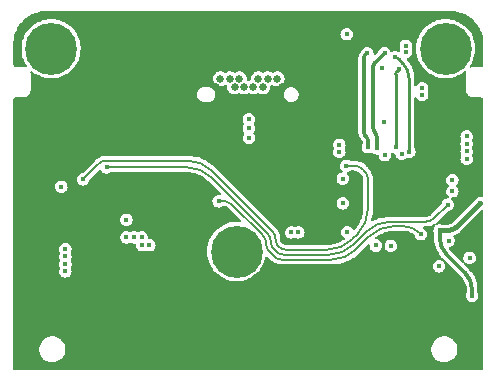
<source format=gbr>
G04 #@! TF.GenerationSoftware,KiCad,Pcbnew,(6.0.0)*
G04 #@! TF.CreationDate,2022-02-21T16:37:31+08:00*
G04 #@! TF.ProjectId,USB3G2_SATA3_Bridge(JMS580),55534233-4732-45f5-9341-5441335f4272,rev?*
G04 #@! TF.SameCoordinates,Original*
G04 #@! TF.FileFunction,Copper,L2,Inr*
G04 #@! TF.FilePolarity,Positive*
%FSLAX46Y46*%
G04 Gerber Fmt 4.6, Leading zero omitted, Abs format (unit mm)*
G04 Created by KiCad (PCBNEW (6.0.0)) date 2022-02-21 16:37:31*
%MOMM*%
%LPD*%
G01*
G04 APERTURE LIST*
G04 #@! TA.AperFunction,ComponentPad*
%ADD10C,0.650000*%
G04 #@! TD*
G04 #@! TA.AperFunction,ComponentPad*
%ADD11O,0.800000X1.400000*%
G04 #@! TD*
G04 #@! TA.AperFunction,ComponentPad*
%ADD12C,0.700000*%
G04 #@! TD*
G04 #@! TA.AperFunction,ComponentPad*
%ADD13C,4.400000*%
G04 #@! TD*
G04 #@! TA.AperFunction,ComponentPad*
%ADD14O,1.400000X2.400000*%
G04 #@! TD*
G04 #@! TA.AperFunction,ViaPad*
%ADD15C,0.450000*%
G04 #@! TD*
G04 #@! TA.AperFunction,Conductor*
%ADD16C,0.200000*%
G04 #@! TD*
G04 #@! TA.AperFunction,Conductor*
%ADD17C,0.300000*%
G04 #@! TD*
G04 #@! TA.AperFunction,Conductor*
%ADD18C,0.400000*%
G04 #@! TD*
G04 #@! TA.AperFunction,Conductor*
%ADD19C,0.250000*%
G04 #@! TD*
G04 APERTURE END LIST*
D10*
G04 #@! TO.N,GND*
G04 #@! TO.C,J2*
X130534999Y-69395000D03*
G04 #@! TO.N,/SS_TX1X+*
X130934999Y-68695000D03*
G04 #@! TO.N,/SS_TX1X-*
X131734999Y-68695000D03*
G04 #@! TO.N,VBUS*
X132134999Y-69395000D03*
G04 #@! TO.N,CC2*
X132534999Y-68695000D03*
G04 #@! TO.N,D+*
X132934999Y-69395000D03*
G04 #@! TO.N,D-*
X133734999Y-69395000D03*
G04 #@! TO.N,unconnected-(J2-PadB8)*
X134134999Y-68695000D03*
G04 #@! TO.N,VBUS*
X134534999Y-69395000D03*
G04 #@! TO.N,SS_RX2-*
X134934999Y-68695000D03*
G04 #@! TO.N,SS_RX2+*
X135734999Y-68695000D03*
G04 #@! TO.N,GND*
X136134999Y-69395000D03*
D11*
X137824999Y-64405000D03*
X128844999Y-64405000D03*
X137464999Y-68795000D03*
X129204999Y-68795000D03*
G04 #@! TD*
D12*
G04 #@! TO.N,N/C*
G04 #@! TO.C,H2*
X116600000Y-64500000D03*
X116600000Y-67800000D03*
X118250000Y-66150000D03*
X115433274Y-64983274D03*
X117766726Y-67316726D03*
X117766726Y-64983274D03*
X115433274Y-67316726D03*
X114950000Y-66150000D03*
D13*
X116600000Y-66150000D03*
G04 #@! TD*
D12*
G04 #@! TO.N,N/C*
G04 #@! TO.C,H3*
X131133274Y-82163274D03*
X133950000Y-83330000D03*
X133466726Y-84496726D03*
X132300000Y-81680000D03*
X130650000Y-83330000D03*
X131133274Y-84496726D03*
X132300000Y-84980000D03*
X133466726Y-82163274D03*
D13*
X132300000Y-83330000D03*
G04 #@! TD*
D12*
G04 #@! TO.N,N/C*
G04 #@! TO.C,H1*
X150000000Y-67800000D03*
X148833274Y-67316726D03*
X148350000Y-66150000D03*
X148833274Y-64983274D03*
X151650000Y-66150000D03*
X151166726Y-67316726D03*
X151166726Y-64983274D03*
D13*
X150000000Y-66150000D03*
D12*
X150000000Y-64500000D03*
G04 #@! TD*
D14*
G04 #@! TO.N,GND*
G04 #@! TO.C,J1*
X152014200Y-90851400D03*
X114594200Y-90851400D03*
G04 #@! TD*
D15*
G04 #@! TO.N,GND*
X151010001Y-69070000D03*
X115420000Y-70000000D03*
X115420000Y-68990000D03*
X114000000Y-85000000D03*
X135000000Y-63500000D03*
X145000000Y-63500000D03*
X123000000Y-63500000D03*
X146164999Y-78050000D03*
X114000000Y-88000000D03*
X148340000Y-93000000D03*
X114000000Y-80000000D03*
X150500001Y-70000000D03*
X136340000Y-93000000D03*
X150254998Y-87050000D03*
X137340000Y-93000000D03*
X133000000Y-63500000D03*
X143340000Y-93000000D03*
X143999999Y-63500000D03*
X139340000Y-93000000D03*
X135340000Y-93000000D03*
X145164999Y-80050000D03*
X152950000Y-77270000D03*
X146000000Y-63500000D03*
X146340000Y-93000000D03*
X145370000Y-86380000D03*
X152340000Y-93000000D03*
X151340000Y-93000000D03*
X143000000Y-63500000D03*
X144340000Y-93000000D03*
X120890000Y-80550000D03*
X144164999Y-79050000D03*
X149500000Y-70000000D03*
X146164999Y-79050000D03*
X129340000Y-93000000D03*
X132340000Y-93000000D03*
X150340000Y-93000000D03*
X136280000Y-82480000D03*
X119000000Y-63500000D03*
X114000000Y-77000000D03*
X145370000Y-85460000D03*
X149184999Y-87050000D03*
X131340000Y-93000000D03*
X115340000Y-93000000D03*
X152980000Y-80210000D03*
X114340000Y-93000000D03*
X125340000Y-93000000D03*
X121000000Y-63500000D03*
X121290000Y-78100000D03*
X148000001Y-63500000D03*
X128340000Y-93000000D03*
X127000000Y-63500000D03*
X147000000Y-63500000D03*
X123340000Y-93000000D03*
X119340000Y-93000000D03*
X114000000Y-87000000D03*
X142000000Y-63500000D03*
X126000000Y-63500000D03*
X114000000Y-78000000D03*
X130340000Y-93000000D03*
X125000000Y-63500000D03*
X141560000Y-85460000D03*
X114000000Y-74000000D03*
X146164999Y-80050000D03*
X133340000Y-93000000D03*
X122000000Y-63500000D03*
X114000000Y-82000000D03*
X118340000Y-93000000D03*
X138340000Y-93000000D03*
X144164999Y-80050000D03*
X114000000Y-89000000D03*
X122340000Y-93000000D03*
X141340000Y-93000000D03*
X131000000Y-63500000D03*
X114000000Y-73000000D03*
X138170000Y-82480000D03*
X127340000Y-93000000D03*
X114000000Y-84000000D03*
X145164999Y-78050000D03*
X135999999Y-63500000D03*
X139000000Y-63500000D03*
X116850000Y-79610000D03*
X147340000Y-93000000D03*
X134000000Y-63500000D03*
X132000001Y-63500000D03*
X152950000Y-78220000D03*
X144164999Y-78050000D03*
X149340000Y-93000000D03*
X151500000Y-70000000D03*
X114000000Y-71000000D03*
X134340000Y-93000000D03*
X126340000Y-93000000D03*
X152970000Y-82240000D03*
X151254998Y-87050000D03*
X141000000Y-63500000D03*
X152980000Y-81240000D03*
X114000000Y-72000000D03*
X114000000Y-83000000D03*
X117340000Y-93000000D03*
X119999999Y-63500000D03*
X145340000Y-93000000D03*
X114000000Y-75000000D03*
X121340000Y-93000000D03*
X124340000Y-93000000D03*
X145164999Y-79050000D03*
X114000000Y-79000000D03*
X142340000Y-93000000D03*
X114000000Y-86000000D03*
X140340000Y-93000000D03*
X114000000Y-81000000D03*
X140000001Y-63500000D03*
X116340000Y-93000000D03*
X114000000Y-76000000D03*
X141560000Y-86380000D03*
X124000001Y-63500000D03*
X127999999Y-63500000D03*
X120340000Y-93000000D03*
X116830000Y-80850000D03*
G04 #@! TO.N,VBUS*
X123635000Y-82130000D03*
X148010000Y-70060000D03*
X124290000Y-82790000D03*
X122980000Y-82130000D03*
X146640000Y-65914952D03*
X124920000Y-82790000D03*
X141630000Y-64930000D03*
X148010000Y-69500000D03*
X117460000Y-77850000D03*
X124290000Y-82130000D03*
X146640000Y-66430000D03*
G04 #@! TO.N,3V3*
X141600000Y-76070000D03*
X152240000Y-87060000D03*
X119300000Y-77225000D03*
X144600000Y-67790000D03*
X144750000Y-72400000D03*
X152950000Y-79220000D03*
X149490000Y-81550000D03*
X144860000Y-75170000D03*
G04 #@! TO.N,1V0*
X151784999Y-75460000D03*
X141660000Y-81680000D03*
X151784999Y-73570000D03*
X151784999Y-74200000D03*
X144100000Y-82820000D03*
X141300000Y-77160000D03*
X117809999Y-83120000D03*
X117809999Y-85010000D03*
X151784999Y-74830000D03*
X122975000Y-80625000D03*
X150250000Y-82400000D03*
X146280000Y-75080000D03*
X117809999Y-83750000D03*
X141304999Y-79250000D03*
X117809999Y-84380000D03*
X145360000Y-82840000D03*
G04 #@! TO.N,CC1*
X133360000Y-73710000D03*
X150574999Y-77280000D03*
G04 #@! TO.N,CC2*
X150574999Y-78230000D03*
G04 #@! TO.N,Net-(C30-Pad2)*
X143370000Y-66519952D03*
X143420000Y-74500000D03*
G04 #@! TO.N,D+*
X133340000Y-72140000D03*
X141003210Y-74902698D03*
G04 #@! TO.N,D-*
X141003210Y-74302698D03*
X133340000Y-72900000D03*
G04 #@! TO.N,SS_RX2-*
X136924999Y-81709555D03*
G04 #@! TO.N,SS_RX2+*
X137524999Y-81709555D03*
G04 #@! TO.N,GPIO11*
X121292500Y-76200000D03*
X150170000Y-79360000D03*
G04 #@! TO.N,GPIO7*
X147910000Y-81860000D03*
X130780000Y-79080000D03*
G04 #@! TO.N,GPIO4*
X144830000Y-66530000D03*
X144200000Y-74600000D03*
G04 #@! TO.N,GPIO2*
X145770000Y-74500000D03*
X146070000Y-67850000D03*
G04 #@! TO.N,GPIO1*
X145690000Y-66900000D03*
X146930000Y-74870000D03*
G04 #@! TO.N,GPIO8*
X149445000Y-84585000D03*
G04 #@! TO.N,GPIO9*
X152030000Y-83870000D03*
G04 #@! TD*
D16*
G04 #@! TO.N,3V3*
X130228680Y-76503680D02*
G75*
G03*
X128107359Y-75625000I-2121323J-2121325D01*
G01*
G04 #@! TO.N,GPIO11*
X130203680Y-77078680D02*
G75*
G03*
X128082359Y-76200000I-2121323J-2121325D01*
G01*
X149032922Y-80497078D02*
X150170000Y-79360000D01*
X142208680Y-82721320D02*
X143261350Y-81668650D01*
X136324214Y-83600000D02*
X140087359Y-83600000D01*
X135375736Y-83065736D02*
X135617107Y-83307107D01*
X149032922Y-80497078D02*
G75*
G02*
X148325815Y-80789971I-707106J707106D01*
G01*
X142208680Y-82721320D02*
G75*
G02*
X140087359Y-83600000I-2121323J2121325D01*
G01*
X136324214Y-83599999D02*
G75*
G02*
X135617108Y-83307106I-1J999998D01*
G01*
X135199999Y-82489214D02*
G75*
G03*
X134907106Y-81782108I-999993J3D01*
G01*
X135375736Y-83065736D02*
G75*
G02*
X135200000Y-82641472I424260J424263D01*
G01*
X145382670Y-80789971D02*
G75*
G03*
X143261350Y-81668650I-1J-2999998D01*
G01*
X145382670Y-80789971D02*
X148325815Y-80789971D01*
X121292500Y-76200000D02*
X128082359Y-76200000D01*
X130203680Y-77078680D02*
X134907107Y-81782107D01*
X135200000Y-82489214D02*
X135200000Y-82641472D01*
G04 #@! TO.N,3V3*
X143132107Y-76507107D02*
X142987893Y-76362893D01*
X143425000Y-79707359D02*
X143425000Y-77214214D01*
X142073680Y-82301320D02*
X142546320Y-81828680D01*
X135775736Y-82855736D02*
X135807107Y-82887107D01*
X135600000Y-82289214D02*
X135600000Y-82431472D01*
X130228680Y-76503680D02*
X135307107Y-81582107D01*
X121314214Y-75625000D02*
X128107359Y-75625000D01*
X143424999Y-79707359D02*
G75*
G02*
X142546319Y-81828679I-2999993J-3D01*
G01*
X119300000Y-77225000D02*
X120607107Y-75917893D01*
X135775736Y-82855736D02*
G75*
G02*
X135600000Y-82431472I424260J424263D01*
G01*
X143132107Y-76507107D02*
G75*
G02*
X143425000Y-77214214I-707101J-707104D01*
G01*
X136514214Y-83179999D02*
G75*
G02*
X135807108Y-82887106I-3J999993D01*
G01*
X135599999Y-82289214D02*
G75*
G03*
X135307106Y-81582108I-999998J1D01*
G01*
X142280786Y-76070001D02*
G75*
G02*
X142987892Y-76362894I1J-999998D01*
G01*
X136514214Y-83180000D02*
X139952359Y-83180000D01*
X121314214Y-75625001D02*
G75*
G03*
X120607108Y-75917894I-3J-999993D01*
G01*
X142073680Y-82301320D02*
G75*
G02*
X139952359Y-83180000I-2121323J2121325D01*
G01*
X142280786Y-76070000D02*
X141600000Y-76070000D01*
D17*
X149490000Y-81550000D02*
X149490000Y-82151573D01*
D18*
X149490000Y-81550000D02*
X150175786Y-81550000D01*
X150912893Y-81257107D02*
X152950000Y-79220000D01*
D17*
X150075787Y-83565787D02*
X151654214Y-85144214D01*
X152240000Y-86558427D02*
X152240000Y-87060000D01*
D18*
X149490000Y-81550000D02*
X150205786Y-81550000D01*
D17*
X151654214Y-85144214D02*
G75*
G02*
X152240000Y-86558427I-1414214J-1414213D01*
G01*
X149490001Y-82151573D02*
G75*
G03*
X150075788Y-83565786I1999999J0D01*
G01*
D18*
X150912893Y-81257107D02*
G75*
G02*
X150205786Y-81550000I-707106J707106D01*
G01*
D17*
G04 #@! TO.N,Net-(C30-Pad2)*
X143302842Y-73612842D02*
X143167157Y-73477157D01*
X143167158Y-66722794D02*
X143370000Y-66519952D01*
X143420000Y-74500000D02*
X143420000Y-73895685D01*
X143050000Y-73194315D02*
X143050000Y-67005637D01*
X143050001Y-73194315D02*
G75*
G03*
X143167157Y-73477157I399997J-1D01*
G01*
X143302842Y-73612842D02*
G75*
G02*
X143420000Y-73895685I-282835J-282841D01*
G01*
X143050001Y-67005637D02*
G75*
G02*
X143167159Y-66722795I400003J-2D01*
G01*
D16*
G04 #@! TO.N,GPIO7*
X145642641Y-81175000D02*
X146396573Y-81175000D01*
X136144214Y-84020000D02*
X140312359Y-84020000D01*
X130780000Y-79080000D02*
X131340051Y-79080000D01*
X135102893Y-83392893D02*
X135437107Y-83727107D01*
X147810787Y-81760787D02*
X147910000Y-81860000D01*
X131835026Y-79285026D02*
X134517107Y-81967107D01*
X134810000Y-82674214D02*
X134810000Y-82685786D01*
X142433680Y-83141320D02*
X143521321Y-82053679D01*
X134809999Y-82674214D02*
G75*
G03*
X134517106Y-81967108I-999998J1D01*
G01*
X145642641Y-81175000D02*
G75*
G03*
X143521321Y-82053679I-1J-2999998D01*
G01*
X135102893Y-83392893D02*
G75*
G02*
X134810000Y-82685786I707106J707106D01*
G01*
X140312359Y-84019999D02*
G75*
G03*
X142433679Y-83141319I3J2999993D01*
G01*
X131835026Y-79285026D02*
G75*
G03*
X131340051Y-79080000I-494972J-494965D01*
G01*
X147810787Y-81760787D02*
G75*
G03*
X146396573Y-81175000I-1414214J-1414213D01*
G01*
X136144214Y-84019999D02*
G75*
G02*
X135437108Y-83727106I-3J999993D01*
G01*
D17*
G04 #@! TO.N,GPIO4*
X144200000Y-73657107D02*
X144200000Y-74600000D01*
X144830000Y-66530000D02*
X143987157Y-67372843D01*
X143870000Y-67655685D02*
X143870000Y-72912893D01*
X144016447Y-73266447D02*
X144053554Y-73303554D01*
X144053554Y-73303554D02*
G75*
G02*
X144200000Y-73657107I-353556J-353553D01*
G01*
X143870001Y-67655685D02*
G75*
G02*
X143987157Y-67372843I399997J1D01*
G01*
X143870000Y-72912893D02*
G75*
G03*
X144016447Y-73266447I499997J-1D01*
G01*
D19*
G04 #@! TO.N,GPIO2*
X145770000Y-68315685D02*
X145770000Y-74500000D01*
X146070000Y-67850000D02*
X145887158Y-68032842D01*
X145770001Y-68315685D02*
G75*
G02*
X145887159Y-68032843I400008J-4D01*
G01*
G04 #@! TO.N,GPIO1*
X146027158Y-67017158D02*
X146344214Y-67334214D01*
X146930000Y-68748427D02*
X146930000Y-74870000D01*
X145690000Y-66900000D02*
X145744315Y-66900000D01*
X146929999Y-68748427D02*
G75*
G03*
X146344213Y-67334215I-1999999J0D01*
G01*
X145744315Y-66900001D02*
G75*
G02*
X146027157Y-67017159I-2J-400003D01*
G01*
G04 #@! TD*
G04 #@! TA.AperFunction,Conductor*
G04 #@! TO.N,GND*
G36*
X150389966Y-62951101D02*
G01*
X150407684Y-62954225D01*
X150416281Y-62952709D01*
X150439034Y-62951360D01*
X150715281Y-62966900D01*
X150726331Y-62968147D01*
X151024566Y-63018906D01*
X151035406Y-63021385D01*
X151326059Y-63105267D01*
X151336553Y-63108946D01*
X151615961Y-63224894D01*
X151625970Y-63229722D01*
X151890632Y-63376287D01*
X151900028Y-63382202D01*
X152146584Y-63557524D01*
X152155258Y-63564458D01*
X152380584Y-63766313D01*
X152388434Y-63774183D01*
X152589715Y-64000051D01*
X152596621Y-64008740D01*
X152744382Y-64217691D01*
X152771286Y-64255736D01*
X152777187Y-64265160D01*
X152890462Y-64470976D01*
X152923055Y-64530197D01*
X152927860Y-64540222D01*
X152981722Y-64670981D01*
X153043083Y-64819943D01*
X153046734Y-64830448D01*
X153129855Y-65121316D01*
X153132303Y-65132147D01*
X153147834Y-65224865D01*
X153182283Y-65430524D01*
X153183501Y-65441577D01*
X153198319Y-65717857D01*
X153196913Y-65740600D01*
X153196899Y-65740676D01*
X153196899Y-65740682D01*
X153195373Y-65749205D01*
X153198541Y-65767449D01*
X153200000Y-65784386D01*
X153200000Y-67487712D01*
X153197801Y-67508463D01*
X153195577Y-67518838D01*
X153196686Y-67526832D01*
X153194374Y-67544334D01*
X153189382Y-67566032D01*
X153174323Y-67600152D01*
X153157677Y-67624218D01*
X153131061Y-67650347D01*
X153106689Y-67666548D01*
X153072303Y-67680973D01*
X153050518Y-67685565D01*
X153032976Y-67687556D01*
X153025000Y-67686299D01*
X153016500Y-67687958D01*
X153016499Y-67687958D01*
X153015070Y-67688237D01*
X153010939Y-67689043D01*
X152991977Y-67690876D01*
X152510785Y-67690876D01*
X152493594Y-67689372D01*
X152484407Y-67687752D01*
X152475877Y-67686248D01*
X152467348Y-67687752D01*
X152467068Y-67687752D01*
X152460828Y-67688608D01*
X152328792Y-67701612D01*
X152328791Y-67701612D01*
X152323950Y-67702089D01*
X152319296Y-67703501D01*
X152319295Y-67703501D01*
X152203466Y-67738637D01*
X152177861Y-67746404D01*
X152173569Y-67748698D01*
X152173562Y-67748701D01*
X152162558Y-67754583D01*
X152102325Y-67765339D01*
X152047274Y-67738637D01*
X152018432Y-67684676D01*
X152026815Y-67624068D01*
X152032302Y-67614226D01*
X152193870Y-67359636D01*
X152193879Y-67359619D01*
X152195537Y-67357007D01*
X152196854Y-67354207D01*
X152196859Y-67354199D01*
X152328176Y-67075135D01*
X152329503Y-67072315D01*
X152351169Y-67005635D01*
X152425773Y-66776029D01*
X152425775Y-66776021D01*
X152426731Y-66773079D01*
X152485688Y-66464015D01*
X152486689Y-66448117D01*
X152505249Y-66153099D01*
X152505444Y-66150000D01*
X152490656Y-65914952D01*
X152485884Y-65839094D01*
X152485883Y-65839088D01*
X152485688Y-65835985D01*
X152426731Y-65526921D01*
X152425775Y-65523979D01*
X152425773Y-65523971D01*
X152330465Y-65230646D01*
X152329503Y-65227685D01*
X152282055Y-65126852D01*
X152196859Y-64945801D01*
X152196854Y-64945793D01*
X152195537Y-64942993D01*
X152026947Y-64677337D01*
X152012468Y-64659834D01*
X151828371Y-64437301D01*
X151826390Y-64434906D01*
X151597030Y-64219522D01*
X151342484Y-64034584D01*
X151258691Y-63988518D01*
X151069488Y-63884502D01*
X151069482Y-63884499D01*
X151066766Y-63883006D01*
X150791352Y-63773962D01*
X150777115Y-63768325D01*
X150777112Y-63768324D01*
X150774225Y-63767181D01*
X150771222Y-63766410D01*
X150771216Y-63766408D01*
X150472480Y-63689706D01*
X150472479Y-63689706D01*
X150469473Y-63688934D01*
X150466392Y-63688545D01*
X150466388Y-63688544D01*
X150361279Y-63675266D01*
X150157318Y-63649500D01*
X149842682Y-63649500D01*
X149638721Y-63675266D01*
X149533612Y-63688544D01*
X149533608Y-63688545D01*
X149530527Y-63688934D01*
X149527521Y-63689706D01*
X149527520Y-63689706D01*
X149228784Y-63766408D01*
X149228778Y-63766410D01*
X149225775Y-63767181D01*
X149222888Y-63768324D01*
X149222885Y-63768325D01*
X149208648Y-63773962D01*
X148933234Y-63883006D01*
X148930518Y-63884499D01*
X148930512Y-63884502D01*
X148741309Y-63988518D01*
X148657516Y-64034584D01*
X148402970Y-64219522D01*
X148173610Y-64434906D01*
X148171629Y-64437301D01*
X147987533Y-64659834D01*
X147973053Y-64677337D01*
X147804463Y-64942993D01*
X147803146Y-64945793D01*
X147803141Y-64945801D01*
X147717945Y-65126852D01*
X147670497Y-65227685D01*
X147669535Y-65230646D01*
X147574227Y-65523971D01*
X147574225Y-65523979D01*
X147573269Y-65526921D01*
X147514312Y-65835985D01*
X147514117Y-65839088D01*
X147514116Y-65839094D01*
X147509344Y-65914952D01*
X147494556Y-66150000D01*
X147494751Y-66153099D01*
X147513312Y-66448117D01*
X147514312Y-66464015D01*
X147573269Y-66773079D01*
X147574225Y-66776021D01*
X147574227Y-66776029D01*
X147648831Y-67005635D01*
X147670497Y-67072315D01*
X147671824Y-67075135D01*
X147803141Y-67354199D01*
X147803146Y-67354207D01*
X147804463Y-67357007D01*
X147973053Y-67622663D01*
X147975029Y-67625052D01*
X147975033Y-67625057D01*
X148047635Y-67712817D01*
X148173610Y-67865094D01*
X148402970Y-68080478D01*
X148657516Y-68265416D01*
X148725555Y-68302821D01*
X148930512Y-68415498D01*
X148930518Y-68415501D01*
X148933234Y-68416994D01*
X148936122Y-68418137D01*
X148936121Y-68418137D01*
X149222885Y-68531675D01*
X149222888Y-68531676D01*
X149225775Y-68532819D01*
X149228778Y-68533590D01*
X149228784Y-68533592D01*
X149527520Y-68610294D01*
X149530527Y-68611066D01*
X149533608Y-68611455D01*
X149533612Y-68611456D01*
X149638721Y-68624734D01*
X149842682Y-68650500D01*
X150157318Y-68650500D01*
X150361279Y-68624734D01*
X150466388Y-68611456D01*
X150466392Y-68611455D01*
X150469473Y-68611066D01*
X150472480Y-68610294D01*
X150771216Y-68533592D01*
X150771222Y-68533590D01*
X150774225Y-68532819D01*
X150777112Y-68531676D01*
X150777115Y-68531675D01*
X151063879Y-68418137D01*
X151063878Y-68418137D01*
X151066766Y-68416994D01*
X151069482Y-68415501D01*
X151069488Y-68415498D01*
X151274445Y-68302821D01*
X151342484Y-68265416D01*
X151596953Y-68080534D01*
X151655144Y-68061627D01*
X151713335Y-68080534D01*
X151749299Y-68130034D01*
X151749881Y-68189365D01*
X151713746Y-68308489D01*
X151712089Y-68313950D01*
X151711612Y-68318793D01*
X151703972Y-68396363D01*
X151702813Y-68403166D01*
X151701541Y-68406346D01*
X151700920Y-68412619D01*
X151700918Y-68415035D01*
X151700918Y-68415036D01*
X151700912Y-68422658D01*
X151700435Y-68432284D01*
X151698608Y-68450832D01*
X151697752Y-68457073D01*
X151697752Y-68457348D01*
X151696248Y-68465877D01*
X151699344Y-68483433D01*
X151700847Y-68500699D01*
X151700502Y-68913720D01*
X151700029Y-69480008D01*
X151698525Y-69497115D01*
X151696882Y-69506433D01*
X151695372Y-69514999D01*
X151696876Y-69523528D01*
X151696876Y-69523808D01*
X151697732Y-69530048D01*
X151710396Y-69658628D01*
X151711213Y-69666926D01*
X151712625Y-69671580D01*
X151712625Y-69671581D01*
X151749690Y-69793768D01*
X151755528Y-69813015D01*
X151757822Y-69817307D01*
X151757823Y-69817309D01*
X151808688Y-69912468D01*
X151827493Y-69947650D01*
X151830578Y-69951410D01*
X151830580Y-69951412D01*
X151886264Y-70019264D01*
X151924340Y-70065660D01*
X151928110Y-70068754D01*
X152018649Y-70143056D01*
X152042350Y-70162507D01*
X152046638Y-70164799D01*
X152148498Y-70219245D01*
X152176985Y-70234472D01*
X152323074Y-70278787D01*
X152327917Y-70279264D01*
X152405587Y-70286914D01*
X152412450Y-70288081D01*
X152415720Y-70289385D01*
X152421993Y-70290000D01*
X152432066Y-70290000D01*
X152441768Y-70290477D01*
X152447780Y-70291069D01*
X152459953Y-70292268D01*
X152466192Y-70293124D01*
X152466472Y-70293124D01*
X152475001Y-70294628D01*
X152492719Y-70291504D01*
X152509909Y-70290000D01*
X152981483Y-70290000D01*
X152995991Y-70291069D01*
X153019238Y-70294513D01*
X153026634Y-70292998D01*
X153044396Y-70294288D01*
X153068208Y-70298433D01*
X153104808Y-70312718D01*
X153129857Y-70328840D01*
X153158020Y-70356241D01*
X153174823Y-70380837D01*
X153190108Y-70417033D01*
X153194906Y-70440726D01*
X153196682Y-70458445D01*
X153195372Y-70465876D01*
X153196876Y-70474406D01*
X153198496Y-70483593D01*
X153200000Y-70500784D01*
X153200000Y-78610113D01*
X153181093Y-78668304D01*
X153131593Y-78704268D01*
X153087526Y-78705418D01*
X153087183Y-78708026D01*
X152956433Y-78690812D01*
X152950000Y-78689965D01*
X152943567Y-78690812D01*
X152819248Y-78707179D01*
X152819246Y-78707180D01*
X152812817Y-78708026D01*
X152781949Y-78720812D01*
X152690981Y-78758491D01*
X152690977Y-78758493D01*
X152684983Y-78760976D01*
X152575209Y-78845209D01*
X152571258Y-78850358D01*
X152494924Y-78949837D01*
X152494922Y-78949841D01*
X152490976Y-78954983D01*
X152488495Y-78960973D01*
X152488492Y-78960978D01*
X152487036Y-78964494D01*
X152465577Y-78996610D01*
X150591972Y-80870214D01*
X150580369Y-80880150D01*
X150559741Y-80895220D01*
X150555444Y-80900810D01*
X150555443Y-80900811D01*
X150551327Y-80906166D01*
X150535643Y-80922357D01*
X150490830Y-80959134D01*
X150474695Y-80969915D01*
X150405535Y-81006882D01*
X150387607Y-81014308D01*
X150366166Y-81020812D01*
X150312562Y-81037072D01*
X150293530Y-81040858D01*
X150286574Y-81041543D01*
X150242182Y-81045915D01*
X150225988Y-81045460D01*
X150225987Y-81045563D01*
X150218937Y-81045477D01*
X150211964Y-81044391D01*
X150204967Y-81045306D01*
X150204966Y-81045306D01*
X150179287Y-81048664D01*
X150166451Y-81049500D01*
X149674575Y-81049500D01*
X149636691Y-81041964D01*
X149627183Y-81038026D01*
X149620754Y-81037180D01*
X149620752Y-81037179D01*
X149496433Y-81020812D01*
X149490000Y-81019965D01*
X149483567Y-81020812D01*
X149359248Y-81037179D01*
X149359246Y-81037180D01*
X149352817Y-81038026D01*
X149288898Y-81064502D01*
X149288893Y-81064504D01*
X149227897Y-81069305D01*
X149175728Y-81037335D01*
X149152313Y-80980807D01*
X149166597Y-80921312D01*
X149185733Y-80898608D01*
X149298705Y-80799534D01*
X149305782Y-80793879D01*
X149319648Y-80783804D01*
X149333825Y-80764291D01*
X149343909Y-80752484D01*
X150188108Y-79908285D01*
X150245188Y-79880136D01*
X150275548Y-79876139D01*
X150300751Y-79872821D01*
X150300752Y-79872821D01*
X150307183Y-79871974D01*
X150435018Y-79819024D01*
X150544791Y-79734791D01*
X150629024Y-79625017D01*
X150631507Y-79619023D01*
X150631509Y-79619019D01*
X150679491Y-79503177D01*
X150681974Y-79497183D01*
X150683626Y-79484640D01*
X150699188Y-79366433D01*
X150700035Y-79360000D01*
X150681974Y-79222817D01*
X150636411Y-79112817D01*
X150631509Y-79100981D01*
X150631507Y-79100977D01*
X150629024Y-79094983D01*
X150544791Y-78985209D01*
X150539642Y-78981258D01*
X150539637Y-78981253D01*
X150477430Y-78933519D01*
X150442775Y-78883095D01*
X150444377Y-78821930D01*
X150481625Y-78773389D01*
X150540291Y-78756012D01*
X150550610Y-78756824D01*
X150574999Y-78760035D01*
X150581432Y-78759188D01*
X150586727Y-78758491D01*
X150605556Y-78756012D01*
X150705751Y-78742821D01*
X150705753Y-78742820D01*
X150712182Y-78741974D01*
X150840017Y-78689024D01*
X150949790Y-78604791D01*
X151034023Y-78495017D01*
X151036506Y-78489023D01*
X151036508Y-78489019D01*
X151076049Y-78393557D01*
X151086973Y-78367183D01*
X151105034Y-78230000D01*
X151086973Y-78092817D01*
X151070726Y-78053592D01*
X151036508Y-77970981D01*
X151036506Y-77970977D01*
X151034023Y-77964983D01*
X150949790Y-77855209D01*
X150944641Y-77851258D01*
X150944638Y-77851255D01*
X150921554Y-77833542D01*
X150886898Y-77783118D01*
X150888499Y-77721953D01*
X150921554Y-77676458D01*
X150944638Y-77658745D01*
X150944641Y-77658742D01*
X150949790Y-77654791D01*
X151034023Y-77545017D01*
X151036506Y-77539023D01*
X151036508Y-77539019D01*
X151084490Y-77423177D01*
X151086973Y-77417183D01*
X151090424Y-77390976D01*
X151104187Y-77286433D01*
X151105034Y-77280000D01*
X151092959Y-77188283D01*
X151087820Y-77149248D01*
X151087819Y-77149246D01*
X151086973Y-77142817D01*
X151061709Y-77081823D01*
X151036508Y-77020981D01*
X151036506Y-77020977D01*
X151034023Y-77014983D01*
X150949790Y-76905209D01*
X150840017Y-76820976D01*
X150712182Y-76768026D01*
X150705753Y-76767180D01*
X150705751Y-76767179D01*
X150581432Y-76750812D01*
X150574999Y-76749965D01*
X150568566Y-76750812D01*
X150444247Y-76767179D01*
X150444245Y-76767180D01*
X150437816Y-76768026D01*
X150422626Y-76774318D01*
X150315980Y-76818491D01*
X150315976Y-76818493D01*
X150309982Y-76820976D01*
X150200208Y-76905209D01*
X150115975Y-77014983D01*
X150113492Y-77020977D01*
X150113490Y-77020981D01*
X150088289Y-77081823D01*
X150063025Y-77142817D01*
X150062179Y-77149246D01*
X150062178Y-77149248D01*
X150057039Y-77188283D01*
X150044964Y-77280000D01*
X150045811Y-77286433D01*
X150059575Y-77390976D01*
X150063025Y-77417183D01*
X150065508Y-77423177D01*
X150113490Y-77539019D01*
X150113492Y-77539023D01*
X150115975Y-77545017D01*
X150200208Y-77654791D01*
X150205357Y-77658742D01*
X150205360Y-77658745D01*
X150228444Y-77676458D01*
X150263100Y-77726882D01*
X150261499Y-77788047D01*
X150228444Y-77833542D01*
X150205360Y-77851255D01*
X150205357Y-77851258D01*
X150200208Y-77855209D01*
X150115975Y-77964983D01*
X150113492Y-77970977D01*
X150113490Y-77970981D01*
X150079272Y-78053592D01*
X150063025Y-78092817D01*
X150044964Y-78230000D01*
X150063025Y-78367183D01*
X150073949Y-78393557D01*
X150113490Y-78489019D01*
X150113492Y-78489023D01*
X150115975Y-78495017D01*
X150200208Y-78604791D01*
X150205357Y-78608742D01*
X150205362Y-78608747D01*
X150267569Y-78656481D01*
X150302224Y-78706905D01*
X150300622Y-78768070D01*
X150263374Y-78816611D01*
X150204708Y-78833988D01*
X150194389Y-78833176D01*
X150170000Y-78829965D01*
X150163567Y-78830812D01*
X150039248Y-78847179D01*
X150039246Y-78847180D01*
X150032817Y-78848026D01*
X149993592Y-78864273D01*
X149910981Y-78898491D01*
X149910977Y-78898493D01*
X149904983Y-78900976D01*
X149795209Y-78985209D01*
X149710976Y-79094983D01*
X149708493Y-79100977D01*
X149708491Y-79100981D01*
X149700925Y-79119248D01*
X149658026Y-79222817D01*
X149657179Y-79229248D01*
X149657179Y-79229249D01*
X149649864Y-79284811D01*
X149621715Y-79341892D01*
X148777516Y-80186091D01*
X148765709Y-80196175D01*
X148746196Y-80210352D01*
X148741613Y-80216660D01*
X148739112Y-80219161D01*
X148724811Y-80234329D01*
X148666416Y-80282252D01*
X148650279Y-80293034D01*
X148563834Y-80339240D01*
X148545906Y-80346667D01*
X148452098Y-80375123D01*
X148433071Y-80378907D01*
X148357891Y-80386312D01*
X148337045Y-80385698D01*
X148333512Y-80385698D01*
X148325815Y-80384479D01*
X148318118Y-80385698D01*
X148301993Y-80388252D01*
X148286506Y-80389471D01*
X145421979Y-80389471D01*
X145406492Y-80388252D01*
X145390368Y-80385698D01*
X145390367Y-80385698D01*
X145382670Y-80384479D01*
X145374970Y-80385699D01*
X145372406Y-80385699D01*
X145369176Y-80386033D01*
X145051397Y-80401644D01*
X145051390Y-80401645D01*
X145048961Y-80401764D01*
X145046542Y-80402123D01*
X145046540Y-80402123D01*
X144946163Y-80417013D01*
X144718466Y-80450788D01*
X144394367Y-80531971D01*
X144392077Y-80532791D01*
X144392075Y-80532791D01*
X144082074Y-80643710D01*
X144082068Y-80643713D01*
X144079786Y-80644529D01*
X144077591Y-80645567D01*
X144077589Y-80645568D01*
X143996002Y-80684156D01*
X143844627Y-80755752D01*
X143833425Y-80761050D01*
X143772738Y-80768838D01*
X143719063Y-80739467D01*
X143692902Y-80684156D01*
X143695064Y-80647500D01*
X143716837Y-80560579D01*
X143764182Y-80371564D01*
X143813206Y-80041068D01*
X143815033Y-80003892D01*
X143828937Y-79720862D01*
X143829273Y-79717613D01*
X143829273Y-79715054D01*
X143830492Y-79707359D01*
X143826719Y-79683536D01*
X143825500Y-79668050D01*
X143825500Y-77253524D01*
X143826719Y-77238037D01*
X143829273Y-77221912D01*
X143829273Y-77221910D01*
X143830492Y-77214215D01*
X143827811Y-77197292D01*
X143826805Y-77188283D01*
X143816710Y-77034249D01*
X143816709Y-77034242D01*
X143816498Y-77031021D01*
X143780682Y-76850960D01*
X143721670Y-76677116D01*
X143646691Y-76525073D01*
X143641907Y-76515372D01*
X143641904Y-76515367D01*
X143640471Y-76512461D01*
X143538476Y-76359814D01*
X143516730Y-76335017D01*
X143434563Y-76241323D01*
X143428904Y-76234241D01*
X143423416Y-76226688D01*
X143418833Y-76220380D01*
X143399317Y-76206201D01*
X143387503Y-76196111D01*
X143298882Y-76107489D01*
X143288794Y-76095677D01*
X143279199Y-76082471D01*
X143274619Y-76076167D01*
X143260739Y-76066082D01*
X143253680Y-76060443D01*
X143135185Y-75956525D01*
X142982538Y-75854530D01*
X142979632Y-75853097D01*
X142979627Y-75853094D01*
X142857618Y-75792926D01*
X142817884Y-75773331D01*
X142644039Y-75714319D01*
X142463980Y-75678503D01*
X142460756Y-75678292D01*
X142460751Y-75678291D01*
X142306722Y-75668195D01*
X142297717Y-75667189D01*
X142280786Y-75664508D01*
X142273089Y-75665727D01*
X142256964Y-75668281D01*
X142241477Y-75669500D01*
X141974894Y-75669500D01*
X141914626Y-75649042D01*
X141870167Y-75614927D01*
X141865018Y-75610976D01*
X141737183Y-75558026D01*
X141730754Y-75557180D01*
X141730752Y-75557179D01*
X141606433Y-75540812D01*
X141600000Y-75539965D01*
X141593567Y-75540812D01*
X141469248Y-75557179D01*
X141469246Y-75557180D01*
X141462817Y-75558026D01*
X141423592Y-75574273D01*
X141340981Y-75608491D01*
X141340977Y-75608493D01*
X141334983Y-75610976D01*
X141225209Y-75695209D01*
X141140976Y-75804983D01*
X141138493Y-75810977D01*
X141138491Y-75810981D01*
X141121048Y-75853094D01*
X141088026Y-75932817D01*
X141087180Y-75939246D01*
X141087179Y-75939248D01*
X141082871Y-75971974D01*
X141069965Y-76070000D01*
X141088026Y-76207183D01*
X141100753Y-76237910D01*
X141138491Y-76329019D01*
X141138493Y-76329023D01*
X141140976Y-76335017D01*
X141225209Y-76444791D01*
X141230358Y-76448742D01*
X141252527Y-76465753D01*
X141287182Y-76516178D01*
X141285580Y-76577342D01*
X141248333Y-76625884D01*
X141205183Y-76642448D01*
X141193915Y-76643932D01*
X141162817Y-76648026D01*
X141147907Y-76654202D01*
X141040981Y-76698491D01*
X141040977Y-76698493D01*
X141034983Y-76700976D01*
X140925209Y-76785209D01*
X140840976Y-76894983D01*
X140838493Y-76900977D01*
X140838491Y-76900981D01*
X140816185Y-76954834D01*
X140788026Y-77022817D01*
X140787180Y-77029246D01*
X140787179Y-77029248D01*
X140776948Y-77106961D01*
X140769965Y-77160000D01*
X140770812Y-77166433D01*
X140786611Y-77286433D01*
X140788026Y-77297183D01*
X140790509Y-77303177D01*
X140838491Y-77419019D01*
X140838493Y-77419023D01*
X140840976Y-77425017D01*
X140925209Y-77534791D01*
X141034982Y-77619024D01*
X141162817Y-77671974D01*
X141169246Y-77672820D01*
X141169248Y-77672821D01*
X141293567Y-77689188D01*
X141300000Y-77690035D01*
X141306433Y-77689188D01*
X141430752Y-77672821D01*
X141430754Y-77672820D01*
X141437183Y-77671974D01*
X141565018Y-77619024D01*
X141674791Y-77534791D01*
X141759024Y-77425017D01*
X141761507Y-77419023D01*
X141761509Y-77419019D01*
X141809491Y-77303177D01*
X141811974Y-77297183D01*
X141813390Y-77286433D01*
X141829188Y-77166433D01*
X141830035Y-77160000D01*
X141823052Y-77106961D01*
X141812821Y-77029248D01*
X141812820Y-77029246D01*
X141811974Y-77022817D01*
X141783815Y-76954834D01*
X141761509Y-76900981D01*
X141761507Y-76900977D01*
X141759024Y-76894983D01*
X141674791Y-76785209D01*
X141647473Y-76764247D01*
X141612818Y-76713822D01*
X141614420Y-76652658D01*
X141651667Y-76604116D01*
X141694817Y-76587552D01*
X141706085Y-76586068D01*
X141737183Y-76581974D01*
X141865018Y-76529024D01*
X141914626Y-76490958D01*
X141974894Y-76470500D01*
X142241477Y-76470500D01*
X142256963Y-76471719D01*
X142280786Y-76475492D01*
X142288483Y-76474273D01*
X142292048Y-76474273D01*
X142312857Y-76473660D01*
X142326589Y-76475012D01*
X142388040Y-76481064D01*
X142407069Y-76484849D01*
X142500875Y-76513305D01*
X142518802Y-76520731D01*
X142605251Y-76566939D01*
X142621387Y-76577720D01*
X142653742Y-76604273D01*
X142679785Y-76625646D01*
X142694043Y-76640770D01*
X142696584Y-76643311D01*
X142701167Y-76649619D01*
X142707475Y-76654202D01*
X142720677Y-76663794D01*
X142732489Y-76673882D01*
X142821112Y-76762504D01*
X142831202Y-76774318D01*
X142845381Y-76793834D01*
X142851689Y-76798417D01*
X142854190Y-76800918D01*
X142869358Y-76815219D01*
X142917282Y-76873614D01*
X142928064Y-76889751D01*
X142974269Y-76976195D01*
X142981696Y-76994123D01*
X143010152Y-77087931D01*
X143013937Y-77106959D01*
X143017469Y-77142817D01*
X143021341Y-77182135D01*
X143020727Y-77202983D01*
X143020727Y-77206516D01*
X143019508Y-77214213D01*
X143020727Y-77221910D01*
X143023281Y-77238035D01*
X143024500Y-77253522D01*
X143024500Y-79668050D01*
X143023281Y-79683536D01*
X143019508Y-79707359D01*
X143020727Y-79715054D01*
X143021536Y-79720161D01*
X143022599Y-79741200D01*
X143013216Y-79908285D01*
X143008466Y-79992860D01*
X143007223Y-80003888D01*
X142988259Y-80115509D01*
X142960257Y-80280316D01*
X142957787Y-80291140D01*
X142888169Y-80532791D01*
X142880163Y-80560579D01*
X142876497Y-80571054D01*
X142784203Y-80793874D01*
X142769195Y-80830106D01*
X142764381Y-80840102D01*
X142637705Y-81069305D01*
X142628749Y-81085510D01*
X142622842Y-81094911D01*
X142460584Y-81323591D01*
X142453670Y-81332262D01*
X142306582Y-81496851D01*
X142253711Y-81527641D01*
X142192838Y-81521473D01*
X142147215Y-81480702D01*
X142141302Y-81468768D01*
X142129133Y-81439389D01*
X142119024Y-81414983D01*
X142034791Y-81305209D01*
X141925018Y-81220976D01*
X141797183Y-81168026D01*
X141790754Y-81167180D01*
X141790752Y-81167179D01*
X141666433Y-81150812D01*
X141660000Y-81149965D01*
X141653567Y-81150812D01*
X141529248Y-81167179D01*
X141529246Y-81167180D01*
X141522817Y-81168026D01*
X141505476Y-81175209D01*
X141400981Y-81218491D01*
X141400977Y-81218493D01*
X141394983Y-81220976D01*
X141285209Y-81305209D01*
X141200976Y-81414983D01*
X141198493Y-81420977D01*
X141198491Y-81420981D01*
X141173524Y-81481258D01*
X141148026Y-81542817D01*
X141147180Y-81549246D01*
X141147179Y-81549248D01*
X141136273Y-81632089D01*
X141129965Y-81680000D01*
X141130812Y-81686433D01*
X141144895Y-81793399D01*
X141148026Y-81817183D01*
X141150509Y-81823177D01*
X141198491Y-81939019D01*
X141198493Y-81939023D01*
X141200976Y-81945017D01*
X141285209Y-82054791D01*
X141394982Y-82139024D01*
X141400977Y-82141507D01*
X141400982Y-82141510D01*
X141407238Y-82144101D01*
X141453763Y-82183838D01*
X141468046Y-82243333D01*
X141444630Y-82299861D01*
X141426640Y-82316304D01*
X141339911Y-82377842D01*
X141330511Y-82383748D01*
X141085102Y-82519381D01*
X141075112Y-82524192D01*
X140816054Y-82631497D01*
X140805583Y-82635161D01*
X140660974Y-82676823D01*
X140536140Y-82712787D01*
X140525316Y-82715257D01*
X140489285Y-82721379D01*
X140248887Y-82762225D01*
X140237865Y-82763466D01*
X140070871Y-82772844D01*
X139986202Y-82777599D01*
X139965166Y-82776536D01*
X139960057Y-82775727D01*
X139960056Y-82775727D01*
X139952359Y-82774508D01*
X139929093Y-82778193D01*
X139928537Y-82778281D01*
X139913050Y-82779500D01*
X136553522Y-82779500D01*
X136538035Y-82778281D01*
X136537480Y-82778193D01*
X136514213Y-82774508D01*
X136506516Y-82775727D01*
X136502951Y-82775727D01*
X136482142Y-82776340D01*
X136475918Y-82775727D01*
X136471372Y-82775279D01*
X136406960Y-82768936D01*
X136387931Y-82765151D01*
X136294123Y-82736695D01*
X136276195Y-82729268D01*
X136189751Y-82683063D01*
X136173614Y-82672281D01*
X136115219Y-82624358D01*
X136100938Y-82609209D01*
X136098414Y-82606684D01*
X136093834Y-82600381D01*
X136087532Y-82595802D01*
X136082021Y-82590291D01*
X136082133Y-82590180D01*
X136072665Y-82580712D01*
X136072553Y-82580824D01*
X136067041Y-82575312D01*
X136062461Y-82569009D01*
X136056156Y-82564428D01*
X136050649Y-82558922D01*
X136051057Y-82558514D01*
X136039628Y-82547381D01*
X136035163Y-82541562D01*
X136022241Y-82519180D01*
X136012286Y-82495146D01*
X136005597Y-82470183D01*
X136004640Y-82462914D01*
X136004848Y-82446960D01*
X136004273Y-82446960D01*
X136004273Y-82439169D01*
X136005492Y-82431473D01*
X136001719Y-82407650D01*
X136000500Y-82392164D01*
X136000500Y-82328523D01*
X136001719Y-82313036D01*
X136004273Y-82296911D01*
X136005492Y-82289214D01*
X136002811Y-82272283D01*
X136001805Y-82263278D01*
X135991709Y-82109249D01*
X135991708Y-82109244D01*
X135991497Y-82106020D01*
X135960496Y-81950166D01*
X135956314Y-81929143D01*
X135956314Y-81929142D01*
X135955681Y-81925961D01*
X135896669Y-81752116D01*
X135875680Y-81709555D01*
X136394964Y-81709555D01*
X136395811Y-81715988D01*
X136408849Y-81815017D01*
X136413025Y-81846738D01*
X136418501Y-81859958D01*
X136463490Y-81968574D01*
X136463492Y-81968578D01*
X136465975Y-81974572D01*
X136550208Y-82084346D01*
X136659981Y-82168579D01*
X136787816Y-82221529D01*
X136794245Y-82222375D01*
X136794247Y-82222376D01*
X136918566Y-82238743D01*
X136924999Y-82239590D01*
X136931432Y-82238743D01*
X137055751Y-82222376D01*
X137055753Y-82222375D01*
X137062182Y-82221529D01*
X137187115Y-82169781D01*
X137248110Y-82164980D01*
X137262879Y-82169779D01*
X137387816Y-82221529D01*
X137394245Y-82222375D01*
X137394247Y-82222376D01*
X137518566Y-82238743D01*
X137524999Y-82239590D01*
X137531432Y-82238743D01*
X137655751Y-82222376D01*
X137655753Y-82222375D01*
X137662182Y-82221529D01*
X137790017Y-82168579D01*
X137899790Y-82084346D01*
X137984023Y-81974572D01*
X137986506Y-81968578D01*
X137986508Y-81968574D01*
X138031497Y-81859958D01*
X138036973Y-81846738D01*
X138041150Y-81815017D01*
X138054187Y-81715988D01*
X138055034Y-81709555D01*
X138046168Y-81642213D01*
X138037820Y-81578803D01*
X138037819Y-81578801D01*
X138036973Y-81572372D01*
X138003002Y-81490358D01*
X137986508Y-81450536D01*
X137986506Y-81450532D01*
X137984023Y-81444538D01*
X137899790Y-81334764D01*
X137790017Y-81250531D01*
X137662182Y-81197581D01*
X137655753Y-81196735D01*
X137655751Y-81196734D01*
X137541413Y-81181681D01*
X137524999Y-81179520D01*
X137508585Y-81181681D01*
X137394247Y-81196734D01*
X137394245Y-81196735D01*
X137387816Y-81197581D01*
X137321195Y-81225176D01*
X137262884Y-81249329D01*
X137201888Y-81254130D01*
X137187119Y-81249331D01*
X137062182Y-81197581D01*
X137055753Y-81196735D01*
X137055751Y-81196734D01*
X136941413Y-81181681D01*
X136924999Y-81179520D01*
X136908585Y-81181681D01*
X136794247Y-81196734D01*
X136794245Y-81196735D01*
X136787816Y-81197581D01*
X136750386Y-81213085D01*
X136665980Y-81248046D01*
X136665976Y-81248048D01*
X136659982Y-81250531D01*
X136550208Y-81334764D01*
X136465975Y-81444538D01*
X136463492Y-81450532D01*
X136463490Y-81450536D01*
X136446996Y-81490358D01*
X136413025Y-81572372D01*
X136412179Y-81578801D01*
X136412178Y-81578803D01*
X136403830Y-81642213D01*
X136394964Y-81709555D01*
X135875680Y-81709555D01*
X135855429Y-81668491D01*
X135816906Y-81590373D01*
X135816903Y-81590368D01*
X135815470Y-81587462D01*
X135808748Y-81577401D01*
X135775499Y-81527641D01*
X135713475Y-81434815D01*
X135609557Y-81316320D01*
X135603918Y-81309261D01*
X135593833Y-81295381D01*
X135574323Y-81281206D01*
X135562510Y-81271118D01*
X133541392Y-79250000D01*
X140774964Y-79250000D01*
X140775811Y-79256433D01*
X140787474Y-79345017D01*
X140793025Y-79387183D01*
X140795508Y-79393177D01*
X140843490Y-79509019D01*
X140843492Y-79509023D01*
X140845975Y-79515017D01*
X140930208Y-79624791D01*
X141039981Y-79709024D01*
X141167816Y-79761974D01*
X141174245Y-79762820D01*
X141174247Y-79762821D01*
X141298566Y-79779188D01*
X141304999Y-79780035D01*
X141311432Y-79779188D01*
X141435751Y-79762821D01*
X141435753Y-79762820D01*
X141442182Y-79761974D01*
X141570017Y-79709024D01*
X141679790Y-79624791D01*
X141764023Y-79515017D01*
X141766506Y-79509023D01*
X141766508Y-79509019D01*
X141814490Y-79393177D01*
X141816973Y-79387183D01*
X141822525Y-79345017D01*
X141834187Y-79256433D01*
X141835034Y-79250000D01*
X141816973Y-79112817D01*
X141800715Y-79073567D01*
X141766508Y-78990981D01*
X141766506Y-78990977D01*
X141764023Y-78984983D01*
X141679790Y-78875209D01*
X141570017Y-78790976D01*
X141442182Y-78738026D01*
X141435753Y-78737180D01*
X141435751Y-78737179D01*
X141311432Y-78720812D01*
X141304999Y-78719965D01*
X141298566Y-78720812D01*
X141174247Y-78737179D01*
X141174245Y-78737180D01*
X141167816Y-78738026D01*
X141158285Y-78741974D01*
X141045980Y-78788491D01*
X141045976Y-78788493D01*
X141039982Y-78790976D01*
X140930208Y-78875209D01*
X140845975Y-78984983D01*
X140843492Y-78990977D01*
X140843490Y-78990981D01*
X140809283Y-79073567D01*
X140793025Y-79112817D01*
X140774964Y-79250000D01*
X133541392Y-79250000D01*
X130539670Y-76248277D01*
X130529582Y-76236464D01*
X130519990Y-76223262D01*
X130519986Y-76223258D01*
X130515406Y-76216954D01*
X130509100Y-76212372D01*
X130507287Y-76210559D01*
X130504763Y-76208508D01*
X130269022Y-75994846D01*
X130267215Y-75993208D01*
X130235236Y-75969491D01*
X130000807Y-75795626D01*
X130000801Y-75795622D01*
X129998854Y-75794178D01*
X129892056Y-75730166D01*
X129714368Y-75623664D01*
X129714363Y-75623662D01*
X129712277Y-75622411D01*
X129556518Y-75548742D01*
X129412441Y-75480598D01*
X129412439Y-75480597D01*
X129410244Y-75479559D01*
X129407962Y-75478742D01*
X129407956Y-75478740D01*
X129097955Y-75367820D01*
X129097953Y-75367819D01*
X129095663Y-75367000D01*
X128771564Y-75285818D01*
X128441069Y-75236793D01*
X128438644Y-75236674D01*
X128438635Y-75236673D01*
X128120853Y-75221062D01*
X128117623Y-75220728D01*
X128115059Y-75220728D01*
X128107359Y-75219508D01*
X128099662Y-75220727D01*
X128099661Y-75220727D01*
X128090431Y-75222189D01*
X128084194Y-75223177D01*
X128083537Y-75223281D01*
X128068050Y-75224500D01*
X121353524Y-75224500D01*
X121338037Y-75223281D01*
X121337381Y-75223177D01*
X121314215Y-75219508D01*
X121297284Y-75222189D01*
X121288279Y-75223195D01*
X121134250Y-75233291D01*
X121134245Y-75233292D01*
X121131021Y-75233503D01*
X120950961Y-75269319D01*
X120777116Y-75328331D01*
X120774213Y-75329763D01*
X120774212Y-75329763D01*
X120615368Y-75408095D01*
X120615363Y-75408098D01*
X120612461Y-75409529D01*
X120459814Y-75511525D01*
X120341323Y-75615439D01*
X120334255Y-75621087D01*
X120320380Y-75631167D01*
X120315800Y-75637471D01*
X120315799Y-75637472D01*
X120306200Y-75650684D01*
X120296111Y-75662497D01*
X119281892Y-76676715D01*
X119224812Y-76704864D01*
X119194452Y-76708861D01*
X119169249Y-76712179D01*
X119169248Y-76712179D01*
X119162817Y-76713026D01*
X119156823Y-76715509D01*
X119156822Y-76715509D01*
X119040981Y-76763491D01*
X119040977Y-76763493D01*
X119034983Y-76765976D01*
X118925209Y-76850209D01*
X118840976Y-76959983D01*
X118838493Y-76965977D01*
X118838491Y-76965981D01*
X118812865Y-77027850D01*
X118788026Y-77087817D01*
X118787180Y-77094246D01*
X118787179Y-77094248D01*
X118778523Y-77160000D01*
X118769965Y-77225000D01*
X118772695Y-77245734D01*
X118784846Y-77338026D01*
X118788026Y-77362183D01*
X118799411Y-77389670D01*
X118838491Y-77484019D01*
X118838493Y-77484023D01*
X118840976Y-77490017D01*
X118925209Y-77599791D01*
X119034982Y-77684024D01*
X119162817Y-77736974D01*
X119169246Y-77737820D01*
X119169248Y-77737821D01*
X119293567Y-77754188D01*
X119300000Y-77755035D01*
X119306433Y-77754188D01*
X119430752Y-77737821D01*
X119430754Y-77737820D01*
X119437183Y-77736974D01*
X119565018Y-77684024D01*
X119674791Y-77599791D01*
X119759024Y-77490017D01*
X119761507Y-77484023D01*
X119761509Y-77484019D01*
X119809491Y-77368178D01*
X119809491Y-77368177D01*
X119811974Y-77362183D01*
X119820136Y-77300188D01*
X119848285Y-77243108D01*
X120245135Y-76846258D01*
X120668050Y-76423342D01*
X120722567Y-76395565D01*
X120782999Y-76405136D01*
X120826264Y-76448401D01*
X120829511Y-76455446D01*
X120833476Y-76465017D01*
X120917709Y-76574791D01*
X121027482Y-76659024D01*
X121155317Y-76711974D01*
X121161746Y-76712820D01*
X121161748Y-76712821D01*
X121286067Y-76729188D01*
X121292500Y-76730035D01*
X121298933Y-76729188D01*
X121423252Y-76712821D01*
X121423254Y-76712820D01*
X121429683Y-76711974D01*
X121557518Y-76659024D01*
X121607126Y-76620958D01*
X121667394Y-76600500D01*
X128043050Y-76600500D01*
X128058536Y-76601719D01*
X128082359Y-76605492D01*
X128090056Y-76604273D01*
X128090057Y-76604273D01*
X128095166Y-76603464D01*
X128116202Y-76602401D01*
X128171246Y-76605492D01*
X128367865Y-76616534D01*
X128378887Y-76617775D01*
X128514223Y-76640770D01*
X128655316Y-76664743D01*
X128666140Y-76667213D01*
X128757127Y-76693426D01*
X128935583Y-76744839D01*
X128946054Y-76748503D01*
X129205112Y-76855808D01*
X129215102Y-76860619D01*
X129424221Y-76976195D01*
X129460510Y-76996251D01*
X129469910Y-77002158D01*
X129668151Y-77142817D01*
X129698586Y-77164412D01*
X129707262Y-77171331D01*
X129873584Y-77319965D01*
X129895209Y-77339290D01*
X129909333Y-77354917D01*
X129916954Y-77365406D01*
X129923258Y-77369986D01*
X129923262Y-77369990D01*
X129936464Y-77379582D01*
X129948277Y-77389670D01*
X130952164Y-78393557D01*
X130979941Y-78448074D01*
X130970370Y-78508506D01*
X130927105Y-78551771D01*
X130869238Y-78561714D01*
X130780000Y-78549965D01*
X130755178Y-78553233D01*
X130649248Y-78567179D01*
X130649246Y-78567180D01*
X130642817Y-78568026D01*
X130603592Y-78584273D01*
X130520981Y-78618491D01*
X130520977Y-78618493D01*
X130514983Y-78620976D01*
X130405209Y-78705209D01*
X130320976Y-78814983D01*
X130318493Y-78820977D01*
X130318491Y-78820981D01*
X130297666Y-78871258D01*
X130268026Y-78942817D01*
X130267180Y-78949246D01*
X130267179Y-78949248D01*
X130262445Y-78985209D01*
X130249965Y-79080000D01*
X130268026Y-79217183D01*
X130281619Y-79250000D01*
X130318491Y-79339019D01*
X130318493Y-79339023D01*
X130320976Y-79345017D01*
X130405209Y-79454791D01*
X130514982Y-79539024D01*
X130642817Y-79591974D01*
X130649246Y-79592820D01*
X130649248Y-79592821D01*
X130773567Y-79609188D01*
X130780000Y-79610035D01*
X130786433Y-79609188D01*
X130910752Y-79592821D01*
X130910754Y-79592820D01*
X130917183Y-79591974D01*
X131045018Y-79539024D01*
X131094626Y-79500958D01*
X131154894Y-79480500D01*
X131300744Y-79480500D01*
X131316230Y-79481719D01*
X131332356Y-79484273D01*
X131340053Y-79485492D01*
X131347749Y-79484273D01*
X131355540Y-79484273D01*
X131355540Y-79484848D01*
X131371494Y-79484640D01*
X131404644Y-79489004D01*
X131429609Y-79495693D01*
X131477760Y-79515638D01*
X131500140Y-79528559D01*
X131526670Y-79548916D01*
X131537802Y-79560345D01*
X131538210Y-79559937D01*
X131543715Y-79565442D01*
X131548298Y-79571750D01*
X131567811Y-79585927D01*
X131579618Y-79596011D01*
X132217937Y-80234329D01*
X132660090Y-80676482D01*
X132687867Y-80730999D01*
X132678296Y-80791431D01*
X132635031Y-80834696D01*
X132577678Y-80844705D01*
X132457318Y-80829500D01*
X132142682Y-80829500D01*
X131938721Y-80855266D01*
X131833612Y-80868544D01*
X131833608Y-80868545D01*
X131830527Y-80868934D01*
X131827521Y-80869706D01*
X131827520Y-80869706D01*
X131528784Y-80946408D01*
X131528778Y-80946410D01*
X131525775Y-80947181D01*
X131522888Y-80948324D01*
X131522885Y-80948325D01*
X131440845Y-80980807D01*
X131233234Y-81063006D01*
X131230518Y-81064499D01*
X131230512Y-81064502D01*
X131084799Y-81144609D01*
X130957516Y-81214584D01*
X130702970Y-81399522D01*
X130542728Y-81550000D01*
X130488439Y-81600981D01*
X130473610Y-81614906D01*
X130400631Y-81703122D01*
X130276172Y-81853567D01*
X130273053Y-81857337D01*
X130104463Y-82122993D01*
X130103146Y-82125793D01*
X130103141Y-82125801D01*
X129993645Y-82358492D01*
X129970497Y-82407685D01*
X129965269Y-82423776D01*
X129874227Y-82703971D01*
X129874225Y-82703979D01*
X129873269Y-82706921D01*
X129814312Y-83015985D01*
X129814117Y-83019088D01*
X129814116Y-83019094D01*
X129799542Y-83250752D01*
X129794556Y-83330000D01*
X129794751Y-83333099D01*
X129812754Y-83619248D01*
X129814312Y-83644015D01*
X129873269Y-83953079D01*
X129874225Y-83956021D01*
X129874227Y-83956029D01*
X129940203Y-84159079D01*
X129970497Y-84252315D01*
X129971824Y-84255135D01*
X130103141Y-84534199D01*
X130103146Y-84534207D01*
X130104463Y-84537007D01*
X130273053Y-84802663D01*
X130275029Y-84805052D01*
X130275033Y-84805057D01*
X130336410Y-84879248D01*
X130473610Y-85045094D01*
X130702970Y-85260478D01*
X130957516Y-85445416D01*
X131029382Y-85484925D01*
X131230512Y-85595498D01*
X131230518Y-85595501D01*
X131233234Y-85596994D01*
X131236122Y-85598137D01*
X131236121Y-85598137D01*
X131522885Y-85711675D01*
X131522888Y-85711676D01*
X131525775Y-85712819D01*
X131528778Y-85713590D01*
X131528784Y-85713592D01*
X131824408Y-85789495D01*
X131830527Y-85791066D01*
X131833608Y-85791455D01*
X131833612Y-85791456D01*
X131938721Y-85804734D01*
X132142682Y-85830500D01*
X132457318Y-85830500D01*
X132661279Y-85804734D01*
X132766388Y-85791456D01*
X132766392Y-85791455D01*
X132769473Y-85791066D01*
X132775592Y-85789495D01*
X133071216Y-85713592D01*
X133071222Y-85713590D01*
X133074225Y-85712819D01*
X133077112Y-85711676D01*
X133077115Y-85711675D01*
X133363879Y-85598137D01*
X133363878Y-85598137D01*
X133366766Y-85596994D01*
X133369482Y-85595501D01*
X133369488Y-85595498D01*
X133570618Y-85484925D01*
X133642484Y-85445416D01*
X133897030Y-85260478D01*
X134126390Y-85045094D01*
X134263590Y-84879248D01*
X134324967Y-84805057D01*
X134324971Y-84805052D01*
X134326947Y-84802663D01*
X134495537Y-84537007D01*
X134496854Y-84534207D01*
X134496859Y-84534199D01*
X134628176Y-84255135D01*
X134629503Y-84252315D01*
X134659797Y-84159079D01*
X134725773Y-83956029D01*
X134725775Y-83956021D01*
X134726731Y-83953079D01*
X134739742Y-83884873D01*
X134750962Y-83826058D01*
X134780438Y-83772441D01*
X134835800Y-83746390D01*
X134895902Y-83757855D01*
X134918212Y-83774605D01*
X135126117Y-83982510D01*
X135136206Y-83994324D01*
X135145800Y-84007530D01*
X135145802Y-84007532D01*
X135150380Y-84013833D01*
X135162433Y-84022590D01*
X135164254Y-84023913D01*
X135171323Y-84029561D01*
X135289814Y-84133475D01*
X135442461Y-84235471D01*
X135445363Y-84236902D01*
X135445368Y-84236905D01*
X135590413Y-84308432D01*
X135607116Y-84316669D01*
X135780961Y-84375681D01*
X135961021Y-84411497D01*
X135964245Y-84411708D01*
X135964250Y-84411709D01*
X136118279Y-84421805D01*
X136127284Y-84422811D01*
X136144215Y-84425492D01*
X136168038Y-84421719D01*
X136183524Y-84420500D01*
X140273050Y-84420500D01*
X140288536Y-84421719D01*
X140312359Y-84425492D01*
X140320056Y-84424273D01*
X140322613Y-84424273D01*
X140325862Y-84423937D01*
X140643632Y-84408326D01*
X140643639Y-84408325D01*
X140646068Y-84408206D01*
X140648487Y-84407847D01*
X140648489Y-84407847D01*
X140822911Y-84381974D01*
X140976564Y-84359182D01*
X141300663Y-84278000D01*
X141304347Y-84276682D01*
X141612956Y-84166260D01*
X141612962Y-84166258D01*
X141615244Y-84165441D01*
X141628696Y-84159079D01*
X141915076Y-84023631D01*
X141917277Y-84022590D01*
X141919363Y-84021339D01*
X141919368Y-84021337D01*
X142201766Y-83852074D01*
X142201773Y-83852069D01*
X142203854Y-83850822D01*
X142205812Y-83849370D01*
X142470250Y-83653249D01*
X142470258Y-83653242D01*
X142472215Y-83651791D01*
X142709757Y-83436496D01*
X142712293Y-83434436D01*
X142714104Y-83432624D01*
X142720406Y-83428046D01*
X142729938Y-83414927D01*
X142734582Y-83408536D01*
X142744670Y-83396723D01*
X143401808Y-82739585D01*
X143456325Y-82711808D01*
X143516757Y-82721379D01*
X143560022Y-82764644D01*
X143570812Y-82809589D01*
X143570812Y-82813567D01*
X143569965Y-82820000D01*
X143570812Y-82826433D01*
X143583230Y-82920752D01*
X143588026Y-82957183D01*
X143596161Y-82976823D01*
X143638491Y-83079019D01*
X143638493Y-83079023D01*
X143640976Y-83085017D01*
X143725209Y-83194791D01*
X143834982Y-83279024D01*
X143962817Y-83331974D01*
X143969246Y-83332820D01*
X143969248Y-83332821D01*
X144093567Y-83349188D01*
X144100000Y-83350035D01*
X144106433Y-83349188D01*
X144230752Y-83332821D01*
X144230754Y-83332820D01*
X144237183Y-83331974D01*
X144365018Y-83279024D01*
X144474791Y-83194791D01*
X144559024Y-83085017D01*
X144561507Y-83079023D01*
X144561509Y-83079019D01*
X144603839Y-82976823D01*
X144611974Y-82957183D01*
X144616771Y-82920752D01*
X144627402Y-82840000D01*
X144829965Y-82840000D01*
X144830812Y-82846433D01*
X144841819Y-82930035D01*
X144848026Y-82977183D01*
X144862828Y-83012919D01*
X144898491Y-83099019D01*
X144898493Y-83099023D01*
X144900976Y-83105017D01*
X144985209Y-83214791D01*
X145094982Y-83299024D01*
X145222817Y-83351974D01*
X145229246Y-83352820D01*
X145229248Y-83352821D01*
X145353567Y-83369188D01*
X145360000Y-83370035D01*
X145366433Y-83369188D01*
X145490752Y-83352821D01*
X145490754Y-83352820D01*
X145497183Y-83351974D01*
X145625018Y-83299024D01*
X145734791Y-83214791D01*
X145819024Y-83105017D01*
X145821507Y-83099023D01*
X145821509Y-83099019D01*
X145857172Y-83012919D01*
X145871974Y-82977183D01*
X145878182Y-82930035D01*
X145889188Y-82846433D01*
X145890035Y-82840000D01*
X145880679Y-82768936D01*
X145872821Y-82709248D01*
X145872820Y-82709246D01*
X145871974Y-82702817D01*
X145853927Y-82659248D01*
X145821509Y-82580981D01*
X145821507Y-82580977D01*
X145819024Y-82574983D01*
X145768195Y-82508742D01*
X145738742Y-82470358D01*
X145734791Y-82465209D01*
X145625018Y-82380976D01*
X145497183Y-82328026D01*
X145490754Y-82327180D01*
X145490752Y-82327179D01*
X145366433Y-82310812D01*
X145360000Y-82309965D01*
X145353567Y-82310812D01*
X145229248Y-82327179D01*
X145229246Y-82327180D01*
X145222817Y-82328026D01*
X145192931Y-82340405D01*
X145100981Y-82378491D01*
X145100977Y-82378493D01*
X145094983Y-82380976D01*
X144985209Y-82465209D01*
X144981258Y-82470358D01*
X144951805Y-82508742D01*
X144900976Y-82574983D01*
X144898493Y-82580977D01*
X144898491Y-82580981D01*
X144866073Y-82659248D01*
X144848026Y-82702817D01*
X144847180Y-82709246D01*
X144847179Y-82709248D01*
X144839321Y-82768936D01*
X144829965Y-82840000D01*
X144627402Y-82840000D01*
X144629188Y-82826433D01*
X144630035Y-82820000D01*
X144626085Y-82790000D01*
X144612821Y-82689248D01*
X144612820Y-82689246D01*
X144611974Y-82682817D01*
X144584421Y-82616298D01*
X144561509Y-82560981D01*
X144561507Y-82560977D01*
X144559024Y-82554983D01*
X144474791Y-82445209D01*
X144365018Y-82360976D01*
X144237183Y-82308026D01*
X144230754Y-82307180D01*
X144230752Y-82307179D01*
X144168150Y-82298937D01*
X144109043Y-82291156D01*
X144053819Y-82264815D01*
X144024624Y-82211044D01*
X144032610Y-82150382D01*
X144064677Y-82112263D01*
X144255090Y-81977157D01*
X144264491Y-81971250D01*
X144294362Y-81954741D01*
X144509898Y-81835618D01*
X144519888Y-81830807D01*
X144778952Y-81723500D01*
X144789417Y-81719838D01*
X144925087Y-81680752D01*
X145058861Y-81642213D01*
X145069684Y-81639743D01*
X145182886Y-81620509D01*
X145346113Y-81592775D01*
X145357135Y-81591534D01*
X145524129Y-81582156D01*
X145608798Y-81577401D01*
X145629834Y-81578464D01*
X145634943Y-81579273D01*
X145634944Y-81579273D01*
X145642641Y-81580492D01*
X145654013Y-81578691D01*
X145664935Y-81576961D01*
X145666464Y-81576719D01*
X145681950Y-81575500D01*
X146357264Y-81575500D01*
X146372750Y-81576719D01*
X146374279Y-81576961D01*
X146385202Y-81578691D01*
X146396573Y-81580492D01*
X146407946Y-81578691D01*
X146429900Y-81577684D01*
X146598880Y-81588760D01*
X146611705Y-81590448D01*
X146762830Y-81620509D01*
X146804194Y-81628737D01*
X146816703Y-81632089D01*
X146976795Y-81686433D01*
X147002530Y-81695169D01*
X147014494Y-81700124D01*
X147061901Y-81723503D01*
X147190507Y-81786925D01*
X147201712Y-81793394D01*
X147350250Y-81892644D01*
X147388127Y-81940690D01*
X147393399Y-81962035D01*
X147395390Y-81977157D01*
X147398026Y-81997183D01*
X147400509Y-82003177D01*
X147448491Y-82119019D01*
X147448493Y-82119023D01*
X147450976Y-82125017D01*
X147535209Y-82234791D01*
X147644982Y-82319024D01*
X147772817Y-82371974D01*
X147779246Y-82372820D01*
X147779248Y-82372821D01*
X147903567Y-82389188D01*
X147910000Y-82390035D01*
X147916433Y-82389188D01*
X148040752Y-82372821D01*
X148040754Y-82372820D01*
X148047183Y-82371974D01*
X148175018Y-82319024D01*
X148284791Y-82234791D01*
X148369024Y-82125017D01*
X148371507Y-82119023D01*
X148371509Y-82119019D01*
X148419491Y-82003177D01*
X148421974Y-81997183D01*
X148425389Y-81971250D01*
X148439188Y-81866433D01*
X148440035Y-81860000D01*
X148426239Y-81755209D01*
X148422821Y-81729248D01*
X148422820Y-81729246D01*
X148421974Y-81722817D01*
X148387564Y-81639743D01*
X148371509Y-81600981D01*
X148371507Y-81600977D01*
X148369024Y-81594983D01*
X148284791Y-81485209D01*
X148175018Y-81400976D01*
X148126634Y-81380935D01*
X148080108Y-81341199D01*
X148065824Y-81281704D01*
X148089238Y-81225176D01*
X148141407Y-81193207D01*
X148164519Y-81190471D01*
X148286506Y-81190471D01*
X148301992Y-81191690D01*
X148325815Y-81195463D01*
X148342738Y-81192782D01*
X148351745Y-81191776D01*
X148380492Y-81189892D01*
X148505781Y-81181681D01*
X148505788Y-81181680D01*
X148509009Y-81181469D01*
X148689069Y-81145653D01*
X148712142Y-81137821D01*
X148736512Y-81129548D01*
X148862913Y-81086641D01*
X148999988Y-81019043D01*
X149060541Y-81010263D01*
X149114689Y-81038752D01*
X149141750Y-81093627D01*
X149131389Y-81153929D01*
X149116372Y-81174317D01*
X149115209Y-81175209D01*
X149111258Y-81180358D01*
X149110243Y-81181681D01*
X149030976Y-81284983D01*
X149028493Y-81290977D01*
X149028491Y-81290981D01*
X149017987Y-81316341D01*
X148978026Y-81412817D01*
X148977180Y-81419246D01*
X148977179Y-81419248D01*
X148963721Y-81521473D01*
X148959965Y-81550000D01*
X148960812Y-81556433D01*
X148976840Y-81678171D01*
X148978026Y-81687183D01*
X149004922Y-81752116D01*
X149030976Y-81815017D01*
X149029097Y-81815795D01*
X149039500Y-81854613D01*
X149039500Y-82105453D01*
X149038128Y-82121878D01*
X149036734Y-82130166D01*
X149035003Y-82140453D01*
X149034867Y-82151573D01*
X149035409Y-82155355D01*
X149035534Y-82156227D01*
X149036378Y-82164714D01*
X149051073Y-82426374D01*
X149051540Y-82429120D01*
X149051540Y-82429124D01*
X149096710Y-82694978D01*
X149097176Y-82697720D01*
X149097945Y-82700389D01*
X149163284Y-82927183D01*
X149173371Y-82962197D01*
X149174436Y-82964768D01*
X149276292Y-83210671D01*
X149278698Y-83216480D01*
X149280045Y-83218917D01*
X149410487Y-83454936D01*
X149410493Y-83454945D01*
X149411834Y-83457372D01*
X149481835Y-83556029D01*
X149549783Y-83651791D01*
X149571105Y-83681842D01*
X149572947Y-83683903D01*
X149572950Y-83683907D01*
X149639034Y-83757855D01*
X149723234Y-83852074D01*
X149735927Y-83866278D01*
X149742744Y-83874811D01*
X149746193Y-83879656D01*
X149753959Y-83887615D01*
X149769520Y-83899277D01*
X149774466Y-83902984D01*
X149785098Y-83912201D01*
X149883430Y-84010533D01*
X149911207Y-84065050D01*
X149901636Y-84125482D01*
X149858371Y-84168747D01*
X149797939Y-84178318D01*
X149753158Y-84159079D01*
X149710018Y-84125976D01*
X149582183Y-84073026D01*
X149575754Y-84072180D01*
X149575752Y-84072179D01*
X149451433Y-84055812D01*
X149445000Y-84054965D01*
X149438567Y-84055812D01*
X149314248Y-84072179D01*
X149314246Y-84072180D01*
X149307817Y-84073026D01*
X149268592Y-84089273D01*
X149185981Y-84123491D01*
X149185977Y-84123493D01*
X149179983Y-84125976D01*
X149070209Y-84210209D01*
X148985976Y-84319983D01*
X148983493Y-84325977D01*
X148983491Y-84325981D01*
X148963781Y-84373567D01*
X148933026Y-84447817D01*
X148932180Y-84454246D01*
X148932179Y-84454248D01*
X148923104Y-84523177D01*
X148914965Y-84585000D01*
X148933026Y-84722183D01*
X148935509Y-84728177D01*
X148983491Y-84844019D01*
X148983493Y-84844023D01*
X148985976Y-84850017D01*
X149070209Y-84959791D01*
X149179982Y-85044024D01*
X149307817Y-85096974D01*
X149314246Y-85097820D01*
X149314248Y-85097821D01*
X149438567Y-85114188D01*
X149445000Y-85115035D01*
X149451433Y-85114188D01*
X149575752Y-85097821D01*
X149575754Y-85097820D01*
X149582183Y-85096974D01*
X149710018Y-85044024D01*
X149819791Y-84959791D01*
X149904024Y-84850017D01*
X149906507Y-84844023D01*
X149906509Y-84844019D01*
X149954491Y-84728177D01*
X149956974Y-84722183D01*
X149975035Y-84585000D01*
X149966896Y-84523177D01*
X149957821Y-84454248D01*
X149957820Y-84454246D01*
X149956974Y-84447817D01*
X149926219Y-84373567D01*
X149906509Y-84325981D01*
X149906507Y-84325977D01*
X149904024Y-84319983D01*
X149870919Y-84276840D01*
X149850495Y-84219164D01*
X149867872Y-84160498D01*
X149916414Y-84123251D01*
X149977578Y-84121649D01*
X150019465Y-84146568D01*
X151305428Y-85432531D01*
X151315364Y-85444134D01*
X151328479Y-85462086D01*
X151334069Y-85466383D01*
X151334071Y-85466385D01*
X151340999Y-85471710D01*
X151355091Y-85484920D01*
X151465028Y-85610280D01*
X151472905Y-85620546D01*
X151578300Y-85778279D01*
X151584776Y-85789495D01*
X151668682Y-85959641D01*
X151673637Y-85971604D01*
X151734616Y-86151241D01*
X151737968Y-86163750D01*
X151774979Y-86349815D01*
X151776669Y-86362655D01*
X151787166Y-86522824D01*
X151786200Y-86544524D01*
X151784901Y-86552867D01*
X151785816Y-86559864D01*
X151785816Y-86559865D01*
X151788664Y-86581644D01*
X151789500Y-86594480D01*
X151789500Y-86755387D01*
X151779097Y-86794205D01*
X151780976Y-86794983D01*
X151728026Y-86922817D01*
X151709965Y-87060000D01*
X151728026Y-87197183D01*
X151730509Y-87203177D01*
X151778491Y-87319019D01*
X151778493Y-87319023D01*
X151780976Y-87325017D01*
X151865209Y-87434791D01*
X151974982Y-87519024D01*
X152102817Y-87571974D01*
X152109246Y-87572820D01*
X152109248Y-87572821D01*
X152233567Y-87589188D01*
X152240000Y-87590035D01*
X152246433Y-87589188D01*
X152370752Y-87572821D01*
X152370754Y-87572820D01*
X152377183Y-87571974D01*
X152505018Y-87519024D01*
X152614791Y-87434791D01*
X152699024Y-87325017D01*
X152701507Y-87319023D01*
X152701509Y-87319019D01*
X152749491Y-87203177D01*
X152751974Y-87197183D01*
X152770035Y-87060000D01*
X152751974Y-86922817D01*
X152699024Y-86794983D01*
X152700903Y-86794205D01*
X152690500Y-86755387D01*
X152690500Y-86604547D01*
X152691872Y-86588122D01*
X152694363Y-86573318D01*
X152694363Y-86573313D01*
X152694997Y-86569547D01*
X152695133Y-86558427D01*
X152694591Y-86554639D01*
X152694590Y-86554631D01*
X152694467Y-86553773D01*
X152693624Y-86545297D01*
X152679085Y-86286411D01*
X152678929Y-86283626D01*
X152632825Y-86012281D01*
X152617660Y-85959641D01*
X152557402Y-85750478D01*
X152557400Y-85750472D01*
X152556631Y-85747803D01*
X152493544Y-85595498D01*
X152452368Y-85496090D01*
X152452365Y-85496083D01*
X152451303Y-85493520D01*
X152318167Y-85252629D01*
X152207724Y-85096974D01*
X152160506Y-85030426D01*
X152160502Y-85030421D01*
X152158897Y-85028159D01*
X152157049Y-85026092D01*
X152157045Y-85026086D01*
X152020075Y-84872817D01*
X151994071Y-84843718D01*
X151987241Y-84835167D01*
X151986026Y-84833460D01*
X151986025Y-84833459D01*
X151983809Y-84830346D01*
X151981141Y-84827611D01*
X151981137Y-84827607D01*
X151978718Y-84825128D01*
X151978715Y-84825125D01*
X151976042Y-84822386D01*
X151955535Y-84807017D01*
X151944903Y-84797800D01*
X151591570Y-84444467D01*
X151563793Y-84389950D01*
X151573364Y-84329518D01*
X151616629Y-84286253D01*
X151677061Y-84276682D01*
X151721842Y-84295921D01*
X151764982Y-84329024D01*
X151892817Y-84381974D01*
X151899246Y-84382820D01*
X151899248Y-84382821D01*
X152023567Y-84399188D01*
X152030000Y-84400035D01*
X152036433Y-84399188D01*
X152160752Y-84382821D01*
X152160754Y-84382820D01*
X152167183Y-84381974D01*
X152295018Y-84329024D01*
X152404791Y-84244791D01*
X152489024Y-84135017D01*
X152491507Y-84129023D01*
X152491509Y-84129019D01*
X152538729Y-84015017D01*
X152541974Y-84007183D01*
X152544498Y-83988016D01*
X152559188Y-83876433D01*
X152560035Y-83870000D01*
X152547191Y-83772441D01*
X152542821Y-83739248D01*
X152542820Y-83739246D01*
X152541974Y-83732817D01*
X152509016Y-83653249D01*
X152491509Y-83610981D01*
X152491507Y-83610977D01*
X152489024Y-83604983D01*
X152404791Y-83495209D01*
X152295018Y-83410976D01*
X152167183Y-83358026D01*
X152160754Y-83357180D01*
X152160752Y-83357179D01*
X152036433Y-83340812D01*
X152030000Y-83339965D01*
X152023567Y-83340812D01*
X151899248Y-83357179D01*
X151899246Y-83357180D01*
X151892817Y-83358026D01*
X151853592Y-83374273D01*
X151770981Y-83408491D01*
X151770977Y-83408493D01*
X151764983Y-83410976D01*
X151655209Y-83495209D01*
X151570976Y-83604983D01*
X151568493Y-83610977D01*
X151568491Y-83610981D01*
X151550984Y-83653249D01*
X151518026Y-83732817D01*
X151517180Y-83739246D01*
X151517179Y-83739248D01*
X151512809Y-83772441D01*
X151499965Y-83870000D01*
X151500812Y-83876433D01*
X151515503Y-83988016D01*
X151518026Y-84007183D01*
X151521271Y-84015017D01*
X151568491Y-84129019D01*
X151568493Y-84129023D01*
X151570976Y-84135017D01*
X151574927Y-84140166D01*
X151604081Y-84178160D01*
X151624505Y-84235836D01*
X151607128Y-84294502D01*
X151558586Y-84331749D01*
X151497422Y-84333351D01*
X151455535Y-84308432D01*
X150424573Y-83277470D01*
X150414637Y-83265867D01*
X150412672Y-83263177D01*
X150401522Y-83247915D01*
X150388999Y-83238288D01*
X150374908Y-83225078D01*
X150264981Y-83099730D01*
X150257099Y-83089459D01*
X150247065Y-83074443D01*
X150230455Y-83015555D01*
X150251631Y-82958151D01*
X150302504Y-82924157D01*
X150316456Y-82921286D01*
X150380752Y-82912821D01*
X150380754Y-82912820D01*
X150387183Y-82911974D01*
X150515018Y-82859024D01*
X150624791Y-82774791D01*
X150709024Y-82665017D01*
X150711507Y-82659023D01*
X150711509Y-82659019D01*
X150752117Y-82560981D01*
X150761974Y-82537183D01*
X150763581Y-82524983D01*
X150779188Y-82406433D01*
X150780035Y-82400000D01*
X150768253Y-82310509D01*
X150762821Y-82269248D01*
X150762820Y-82269246D01*
X150761974Y-82262817D01*
X150721342Y-82164721D01*
X150711509Y-82140981D01*
X150711507Y-82140977D01*
X150709024Y-82134983D01*
X150705074Y-82129835D01*
X150688898Y-82108754D01*
X150668475Y-82051077D01*
X150685853Y-81992412D01*
X150735618Y-81954741D01*
X150778163Y-81940299D01*
X150778166Y-81940298D01*
X150781235Y-81939256D01*
X150957646Y-81852260D01*
X151121193Y-81742982D01*
X151237029Y-81641396D01*
X151244876Y-81635187D01*
X151261597Y-81623282D01*
X151270439Y-81614653D01*
X151287978Y-81591251D01*
X151297194Y-81580620D01*
X153030996Y-79846818D01*
X153085513Y-79819041D01*
X153145945Y-79828612D01*
X153189210Y-79871877D01*
X153200000Y-79916822D01*
X153200000Y-93301000D01*
X153181093Y-93359191D01*
X153131593Y-93395155D01*
X153101000Y-93400000D01*
X113499000Y-93400000D01*
X113440809Y-93381093D01*
X113404845Y-93331593D01*
X113400000Y-93301000D01*
X113400000Y-91557396D01*
X115605014Y-91557396D01*
X115614723Y-91767167D01*
X115615828Y-91771751D01*
X115640284Y-91873226D01*
X115663924Y-91971318D01*
X115750840Y-92162481D01*
X115872337Y-92333760D01*
X115950327Y-92408419D01*
X116020627Y-92475717D01*
X116020631Y-92475720D01*
X116024031Y-92478975D01*
X116200446Y-92592885D01*
X116204823Y-92594649D01*
X116312011Y-92637847D01*
X116395219Y-92671381D01*
X116399843Y-92672284D01*
X116597827Y-92710948D01*
X116597834Y-92710949D01*
X116601322Y-92711630D01*
X116606843Y-92711900D01*
X116761669Y-92711900D01*
X116857740Y-92702734D01*
X116913553Y-92697409D01*
X116913555Y-92697409D01*
X116918246Y-92696961D01*
X117119749Y-92637847D01*
X117306439Y-92541695D01*
X117471579Y-92411976D01*
X117609210Y-92253371D01*
X117714366Y-92071601D01*
X117749190Y-91971318D01*
X117781709Y-91877673D01*
X117781710Y-91877671D01*
X117783253Y-91873226D01*
X117813386Y-91665404D01*
X117808387Y-91557396D01*
X148795014Y-91557396D01*
X148804723Y-91767167D01*
X148805828Y-91771751D01*
X148830284Y-91873226D01*
X148853924Y-91971318D01*
X148940840Y-92162481D01*
X149062337Y-92333760D01*
X149140327Y-92408419D01*
X149210627Y-92475717D01*
X149210631Y-92475720D01*
X149214031Y-92478975D01*
X149390446Y-92592885D01*
X149394823Y-92594649D01*
X149502011Y-92637847D01*
X149585219Y-92671381D01*
X149589843Y-92672284D01*
X149787827Y-92710948D01*
X149787834Y-92710949D01*
X149791322Y-92711630D01*
X149796843Y-92711900D01*
X149951669Y-92711900D01*
X150047740Y-92702734D01*
X150103553Y-92697409D01*
X150103555Y-92697409D01*
X150108246Y-92696961D01*
X150309749Y-92637847D01*
X150496439Y-92541695D01*
X150661579Y-92411976D01*
X150799210Y-92253371D01*
X150904366Y-92071601D01*
X150939190Y-91971318D01*
X150971709Y-91877673D01*
X150971710Y-91877671D01*
X150973253Y-91873226D01*
X151003386Y-91665404D01*
X150993677Y-91455633D01*
X150969240Y-91354236D01*
X150945581Y-91256065D01*
X150945579Y-91256060D01*
X150944476Y-91251482D01*
X150857560Y-91060319D01*
X150736063Y-90889040D01*
X150651315Y-90807912D01*
X150587773Y-90747083D01*
X150587769Y-90747080D01*
X150584369Y-90743825D01*
X150407954Y-90629915D01*
X150301739Y-90587109D01*
X150217556Y-90553182D01*
X150217554Y-90553181D01*
X150213181Y-90551419D01*
X150207887Y-90550385D01*
X150010573Y-90511852D01*
X150010566Y-90511851D01*
X150007078Y-90511170D01*
X150001557Y-90510900D01*
X149846731Y-90510900D01*
X149750660Y-90520066D01*
X149694847Y-90525391D01*
X149694845Y-90525391D01*
X149690154Y-90525839D01*
X149488651Y-90584953D01*
X149301961Y-90681105D01*
X149136821Y-90810824D01*
X148999190Y-90969429D01*
X148894034Y-91151199D01*
X148892490Y-91155644D01*
X148892490Y-91155645D01*
X148857619Y-91256065D01*
X148825147Y-91349574D01*
X148795014Y-91557396D01*
X117808387Y-91557396D01*
X117803677Y-91455633D01*
X117779240Y-91354236D01*
X117755581Y-91256065D01*
X117755579Y-91256060D01*
X117754476Y-91251482D01*
X117667560Y-91060319D01*
X117546063Y-90889040D01*
X117461315Y-90807912D01*
X117397773Y-90747083D01*
X117397769Y-90747080D01*
X117394369Y-90743825D01*
X117217954Y-90629915D01*
X117111739Y-90587109D01*
X117027556Y-90553182D01*
X117027554Y-90553181D01*
X117023181Y-90551419D01*
X117017887Y-90550385D01*
X116820573Y-90511852D01*
X116820566Y-90511851D01*
X116817078Y-90511170D01*
X116811557Y-90510900D01*
X116656731Y-90510900D01*
X116560660Y-90520066D01*
X116504847Y-90525391D01*
X116504845Y-90525391D01*
X116500154Y-90525839D01*
X116298651Y-90584953D01*
X116111961Y-90681105D01*
X115946821Y-90810824D01*
X115809190Y-90969429D01*
X115704034Y-91151199D01*
X115702490Y-91155644D01*
X115702490Y-91155645D01*
X115667619Y-91256065D01*
X115635147Y-91349574D01*
X115605014Y-91557396D01*
X113400000Y-91557396D01*
X113400000Y-85010000D01*
X117279964Y-85010000D01*
X117280811Y-85016433D01*
X117293793Y-85115035D01*
X117298025Y-85147183D01*
X117300508Y-85153177D01*
X117348490Y-85269019D01*
X117348492Y-85269023D01*
X117350975Y-85275017D01*
X117435208Y-85384791D01*
X117544981Y-85469024D01*
X117672816Y-85521974D01*
X117679245Y-85522820D01*
X117679247Y-85522821D01*
X117803566Y-85539188D01*
X117809999Y-85540035D01*
X117816432Y-85539188D01*
X117940751Y-85522821D01*
X117940753Y-85522820D01*
X117947182Y-85521974D01*
X118075017Y-85469024D01*
X118184790Y-85384791D01*
X118269023Y-85275017D01*
X118271506Y-85269023D01*
X118271508Y-85269019D01*
X118319490Y-85153177D01*
X118321973Y-85147183D01*
X118326206Y-85115035D01*
X118339187Y-85016433D01*
X118340034Y-85010000D01*
X118321973Y-84872817D01*
X118291829Y-84800042D01*
X118271508Y-84750981D01*
X118271506Y-84750977D01*
X118269023Y-84744983D01*
X118267426Y-84742902D01*
X118255044Y-84684653D01*
X118267114Y-84647504D01*
X118269023Y-84645017D01*
X118271506Y-84639023D01*
X118271508Y-84639019D01*
X118319490Y-84523177D01*
X118321973Y-84517183D01*
X118331106Y-84447817D01*
X118339187Y-84386433D01*
X118340034Y-84380000D01*
X118333892Y-84333351D01*
X118322820Y-84249248D01*
X118322819Y-84249246D01*
X118321973Y-84242817D01*
X118295257Y-84178318D01*
X118271508Y-84120981D01*
X118271506Y-84120977D01*
X118269023Y-84114983D01*
X118267426Y-84112902D01*
X118255044Y-84054653D01*
X118267114Y-84017504D01*
X118269023Y-84015017D01*
X118271506Y-84009023D01*
X118271508Y-84009019D01*
X118319490Y-83893177D01*
X118321973Y-83887183D01*
X118323373Y-83876554D01*
X118336795Y-83774605D01*
X118340034Y-83750000D01*
X118333237Y-83698374D01*
X118322820Y-83619248D01*
X118322819Y-83619246D01*
X118321973Y-83612817D01*
X118305726Y-83573592D01*
X118271508Y-83490981D01*
X118271506Y-83490977D01*
X118269023Y-83484983D01*
X118267426Y-83482902D01*
X118255044Y-83424653D01*
X118267114Y-83387504D01*
X118269023Y-83385017D01*
X118271506Y-83379023D01*
X118271508Y-83379019D01*
X118319490Y-83263177D01*
X118321973Y-83257183D01*
X118323194Y-83247915D01*
X118339187Y-83126433D01*
X118340034Y-83120000D01*
X118334036Y-83074443D01*
X118322820Y-82989248D01*
X118322819Y-82989246D01*
X118321973Y-82982817D01*
X118298573Y-82926323D01*
X118271508Y-82860981D01*
X118271506Y-82860977D01*
X118269023Y-82854983D01*
X118184790Y-82745209D01*
X118075017Y-82660976D01*
X117947182Y-82608026D01*
X117940753Y-82607180D01*
X117940751Y-82607179D01*
X117816432Y-82590812D01*
X117809999Y-82589965D01*
X117803566Y-82590812D01*
X117679247Y-82607179D01*
X117679245Y-82607180D01*
X117672816Y-82608026D01*
X117633591Y-82624273D01*
X117550980Y-82658491D01*
X117550976Y-82658493D01*
X117544982Y-82660976D01*
X117435208Y-82745209D01*
X117350975Y-82854983D01*
X117348492Y-82860977D01*
X117348490Y-82860981D01*
X117321425Y-82926323D01*
X117298025Y-82982817D01*
X117297179Y-82989246D01*
X117297178Y-82989248D01*
X117285962Y-83074443D01*
X117279964Y-83120000D01*
X117280811Y-83126433D01*
X117296805Y-83247915D01*
X117298025Y-83257183D01*
X117300508Y-83263177D01*
X117348490Y-83379019D01*
X117348492Y-83379023D01*
X117350975Y-83385017D01*
X117352572Y-83387098D01*
X117364954Y-83445347D01*
X117352884Y-83482496D01*
X117350975Y-83484983D01*
X117348492Y-83490977D01*
X117348490Y-83490981D01*
X117314272Y-83573592D01*
X117298025Y-83612817D01*
X117297179Y-83619246D01*
X117297178Y-83619248D01*
X117286761Y-83698374D01*
X117279964Y-83750000D01*
X117283203Y-83774605D01*
X117296626Y-83876554D01*
X117298025Y-83887183D01*
X117300508Y-83893177D01*
X117348490Y-84009019D01*
X117348492Y-84009023D01*
X117350975Y-84015017D01*
X117352572Y-84017098D01*
X117364954Y-84075347D01*
X117352884Y-84112496D01*
X117350975Y-84114983D01*
X117348492Y-84120977D01*
X117348490Y-84120981D01*
X117324741Y-84178318D01*
X117298025Y-84242817D01*
X117297179Y-84249246D01*
X117297178Y-84249248D01*
X117286106Y-84333351D01*
X117279964Y-84380000D01*
X117280811Y-84386433D01*
X117288893Y-84447817D01*
X117298025Y-84517183D01*
X117300508Y-84523177D01*
X117348490Y-84639019D01*
X117348492Y-84639023D01*
X117350975Y-84645017D01*
X117352572Y-84647098D01*
X117364954Y-84705347D01*
X117352884Y-84742496D01*
X117350975Y-84744983D01*
X117348492Y-84750977D01*
X117348490Y-84750981D01*
X117328169Y-84800042D01*
X117298025Y-84872817D01*
X117279964Y-85010000D01*
X113400000Y-85010000D01*
X113400000Y-82130000D01*
X122449965Y-82130000D01*
X122451844Y-82144274D01*
X122467076Y-82259965D01*
X122468026Y-82267183D01*
X122477463Y-82289965D01*
X122518491Y-82389019D01*
X122518493Y-82389023D01*
X122520976Y-82395017D01*
X122524927Y-82400166D01*
X122574837Y-82465209D01*
X122605209Y-82504791D01*
X122714982Y-82589024D01*
X122842817Y-82641974D01*
X122849246Y-82642820D01*
X122849248Y-82642821D01*
X122925175Y-82652817D01*
X122968273Y-82658491D01*
X122973567Y-82659188D01*
X122980000Y-82660035D01*
X122986433Y-82659188D01*
X122991728Y-82658491D01*
X123034825Y-82652817D01*
X123110752Y-82642821D01*
X123110754Y-82642820D01*
X123117183Y-82641974D01*
X123201187Y-82607179D01*
X123239024Y-82591507D01*
X123239026Y-82591506D01*
X123245018Y-82589024D01*
X123250167Y-82585073D01*
X123255786Y-82581829D01*
X123256968Y-82583877D01*
X123304905Y-82566900D01*
X123357893Y-82584117D01*
X123359214Y-82581829D01*
X123364833Y-82585073D01*
X123369982Y-82589024D01*
X123375974Y-82591506D01*
X123375976Y-82591507D01*
X123413813Y-82607179D01*
X123497817Y-82641974D01*
X123504246Y-82642820D01*
X123504248Y-82642821D01*
X123580175Y-82652817D01*
X123623273Y-82658491D01*
X123628567Y-82659188D01*
X123635000Y-82660035D01*
X123641433Y-82659188D01*
X123641435Y-82659188D01*
X123651667Y-82657841D01*
X123711827Y-82668991D01*
X123753944Y-82713374D01*
X123762741Y-82768916D01*
X123759965Y-82790000D01*
X123760812Y-82796433D01*
X123776024Y-82911974D01*
X123778026Y-82927183D01*
X123790452Y-82957183D01*
X123828491Y-83049019D01*
X123828493Y-83049023D01*
X123830976Y-83055017D01*
X123915209Y-83164791D01*
X124024982Y-83249024D01*
X124152817Y-83301974D01*
X124159246Y-83302820D01*
X124159248Y-83302821D01*
X124283567Y-83319188D01*
X124290000Y-83320035D01*
X124296433Y-83319188D01*
X124420752Y-83302821D01*
X124420754Y-83302820D01*
X124427183Y-83301974D01*
X124514355Y-83265867D01*
X124549022Y-83251508D01*
X124549025Y-83251507D01*
X124555018Y-83249024D01*
X124557099Y-83247427D01*
X124615350Y-83235046D01*
X124652495Y-83247116D01*
X124654982Y-83249024D01*
X124660975Y-83251507D01*
X124660978Y-83251508D01*
X124695645Y-83265867D01*
X124782817Y-83301974D01*
X124789246Y-83302820D01*
X124789248Y-83302821D01*
X124913567Y-83319188D01*
X124920000Y-83320035D01*
X124926433Y-83319188D01*
X125050752Y-83302821D01*
X125050754Y-83302820D01*
X125057183Y-83301974D01*
X125185018Y-83249024D01*
X125294791Y-83164791D01*
X125379024Y-83055017D01*
X125381507Y-83049023D01*
X125381509Y-83049019D01*
X125419548Y-82957183D01*
X125431974Y-82927183D01*
X125433977Y-82911974D01*
X125449188Y-82796433D01*
X125450035Y-82790000D01*
X125443017Y-82736695D01*
X125432821Y-82659248D01*
X125432820Y-82659246D01*
X125431974Y-82652817D01*
X125405940Y-82589965D01*
X125381509Y-82530981D01*
X125381507Y-82530977D01*
X125379024Y-82524983D01*
X125294791Y-82415209D01*
X125185018Y-82330976D01*
X125057183Y-82278026D01*
X125050754Y-82277180D01*
X125050752Y-82277179D01*
X124926433Y-82260812D01*
X124920000Y-82259965D01*
X124915086Y-82260612D01*
X124857510Y-82241905D01*
X124821546Y-82192405D01*
X124817548Y-82148889D01*
X124818156Y-82144274D01*
X124820035Y-82130000D01*
X124814024Y-82084346D01*
X124802821Y-81999248D01*
X124802820Y-81999246D01*
X124801974Y-81992817D01*
X124760480Y-81892640D01*
X124751509Y-81870981D01*
X124751507Y-81870977D01*
X124749024Y-81864983D01*
X124664791Y-81755209D01*
X124555018Y-81670976D01*
X124427183Y-81618026D01*
X124420754Y-81617180D01*
X124420752Y-81617179D01*
X124296433Y-81600812D01*
X124290000Y-81599965D01*
X124283567Y-81600812D01*
X124159248Y-81617179D01*
X124159246Y-81617180D01*
X124152817Y-81618026D01*
X124024983Y-81670976D01*
X124019834Y-81674927D01*
X124014215Y-81678171D01*
X124013034Y-81676125D01*
X123965080Y-81693100D01*
X123912107Y-81675884D01*
X123910786Y-81678171D01*
X123905165Y-81674926D01*
X123900018Y-81670976D01*
X123894026Y-81668494D01*
X123894024Y-81668493D01*
X123828604Y-81641396D01*
X123772183Y-81618026D01*
X123765754Y-81617180D01*
X123765752Y-81617179D01*
X123641433Y-81600812D01*
X123635000Y-81599965D01*
X123628567Y-81600812D01*
X123504248Y-81617179D01*
X123504246Y-81617180D01*
X123497817Y-81618026D01*
X123369983Y-81670976D01*
X123364834Y-81674927D01*
X123359215Y-81678171D01*
X123358034Y-81676125D01*
X123310080Y-81693100D01*
X123257107Y-81675884D01*
X123255786Y-81678171D01*
X123250165Y-81674926D01*
X123245018Y-81670976D01*
X123239026Y-81668494D01*
X123239024Y-81668493D01*
X123173604Y-81641396D01*
X123117183Y-81618026D01*
X123110754Y-81617180D01*
X123110752Y-81617179D01*
X122986433Y-81600812D01*
X122980000Y-81599965D01*
X122973567Y-81600812D01*
X122849248Y-81617179D01*
X122849246Y-81617180D01*
X122842817Y-81618026D01*
X122824247Y-81625718D01*
X122720981Y-81668491D01*
X122720977Y-81668493D01*
X122714983Y-81670976D01*
X122605209Y-81755209D01*
X122520976Y-81864983D01*
X122518493Y-81870977D01*
X122518491Y-81870981D01*
X122509520Y-81892640D01*
X122468026Y-81992817D01*
X122467180Y-81999246D01*
X122467179Y-81999248D01*
X122455976Y-82084346D01*
X122449965Y-82130000D01*
X113400000Y-82130000D01*
X113400000Y-80625000D01*
X122444965Y-80625000D01*
X122463026Y-80762183D01*
X122465509Y-80768177D01*
X122513491Y-80884019D01*
X122513493Y-80884023D01*
X122515976Y-80890017D01*
X122600209Y-80999791D01*
X122709982Y-81084024D01*
X122837817Y-81136974D01*
X122844246Y-81137820D01*
X122844248Y-81137821D01*
X122942924Y-81150812D01*
X122966600Y-81153929D01*
X122968567Y-81154188D01*
X122975000Y-81155035D01*
X122981433Y-81154188D01*
X122983401Y-81153929D01*
X123007076Y-81150812D01*
X123105752Y-81137821D01*
X123105754Y-81137820D01*
X123112183Y-81136974D01*
X123240018Y-81084024D01*
X123349791Y-80999791D01*
X123434024Y-80890017D01*
X123436507Y-80884023D01*
X123436509Y-80884019D01*
X123484491Y-80768177D01*
X123486974Y-80762183D01*
X123505035Y-80625000D01*
X123486974Y-80487817D01*
X123451330Y-80401764D01*
X123436509Y-80365981D01*
X123436507Y-80365977D01*
X123434024Y-80359983D01*
X123349791Y-80250209D01*
X123240018Y-80165976D01*
X123112183Y-80113026D01*
X123105754Y-80112180D01*
X123105752Y-80112179D01*
X122981433Y-80095812D01*
X122975000Y-80094965D01*
X122968567Y-80095812D01*
X122844248Y-80112179D01*
X122844246Y-80112180D01*
X122837817Y-80113026D01*
X122798592Y-80129273D01*
X122715981Y-80163491D01*
X122715977Y-80163493D01*
X122709983Y-80165976D01*
X122600209Y-80250209D01*
X122515976Y-80359983D01*
X122513493Y-80365977D01*
X122513491Y-80365981D01*
X122498670Y-80401764D01*
X122463026Y-80487817D01*
X122444965Y-80625000D01*
X113400000Y-80625000D01*
X113400000Y-77850000D01*
X116929965Y-77850000D01*
X116948026Y-77987183D01*
X116950509Y-77993177D01*
X116998491Y-78109019D01*
X116998493Y-78109023D01*
X117000976Y-78115017D01*
X117085209Y-78224791D01*
X117194982Y-78309024D01*
X117322817Y-78361974D01*
X117329246Y-78362820D01*
X117329248Y-78362821D01*
X117453567Y-78379188D01*
X117460000Y-78380035D01*
X117466433Y-78379188D01*
X117590752Y-78362821D01*
X117590754Y-78362820D01*
X117597183Y-78361974D01*
X117725018Y-78309024D01*
X117834791Y-78224791D01*
X117919024Y-78115017D01*
X117921507Y-78109023D01*
X117921509Y-78109019D01*
X117969491Y-77993177D01*
X117971974Y-77987183D01*
X117990035Y-77850000D01*
X117977421Y-77754188D01*
X117972821Y-77719248D01*
X117972820Y-77719246D01*
X117971974Y-77712817D01*
X117947939Y-77654791D01*
X117921509Y-77590981D01*
X117921507Y-77590977D01*
X117919024Y-77584983D01*
X117834791Y-77475209D01*
X117725018Y-77390976D01*
X117597183Y-77338026D01*
X117590754Y-77337180D01*
X117590752Y-77337179D01*
X117466433Y-77320812D01*
X117460000Y-77319965D01*
X117453567Y-77320812D01*
X117329248Y-77337179D01*
X117329246Y-77337180D01*
X117322817Y-77338026D01*
X117283592Y-77354273D01*
X117200981Y-77388491D01*
X117200977Y-77388493D01*
X117194983Y-77390976D01*
X117085209Y-77475209D01*
X117000976Y-77584983D01*
X116998493Y-77590977D01*
X116998491Y-77590981D01*
X116972061Y-77654791D01*
X116948026Y-77712817D01*
X116947180Y-77719246D01*
X116947179Y-77719248D01*
X116942579Y-77754188D01*
X116929965Y-77850000D01*
X113400000Y-77850000D01*
X113400000Y-74902698D01*
X140473175Y-74902698D01*
X140474022Y-74909131D01*
X140489940Y-75030035D01*
X140491236Y-75039881D01*
X140493719Y-75045875D01*
X140541701Y-75161717D01*
X140541703Y-75161721D01*
X140544186Y-75167715D01*
X140548137Y-75172864D01*
X140594505Y-75233291D01*
X140628419Y-75277489D01*
X140738192Y-75361722D01*
X140866027Y-75414672D01*
X140872456Y-75415518D01*
X140872458Y-75415519D01*
X140996777Y-75431886D01*
X141003210Y-75432733D01*
X141009643Y-75431886D01*
X141133962Y-75415519D01*
X141133964Y-75415518D01*
X141140393Y-75414672D01*
X141268228Y-75361722D01*
X141378001Y-75277489D01*
X141411916Y-75233291D01*
X141458283Y-75172864D01*
X141462234Y-75167715D01*
X141464717Y-75161721D01*
X141464719Y-75161717D01*
X141512701Y-75045875D01*
X141515184Y-75039881D01*
X141516481Y-75030035D01*
X141532398Y-74909131D01*
X141533245Y-74902698D01*
X141522827Y-74823567D01*
X141516031Y-74771946D01*
X141516030Y-74771944D01*
X141515184Y-74765515D01*
X141463436Y-74640583D01*
X141458635Y-74579587D01*
X141463436Y-74564813D01*
X141484069Y-74515000D01*
X141515184Y-74439881D01*
X141524484Y-74369247D01*
X141532398Y-74309131D01*
X141533245Y-74302698D01*
X141524330Y-74234983D01*
X141516031Y-74171946D01*
X141516030Y-74171944D01*
X141515184Y-74165515D01*
X141483384Y-74088742D01*
X141464719Y-74043679D01*
X141464717Y-74043675D01*
X141462234Y-74037681D01*
X141378001Y-73927907D01*
X141268228Y-73843674D01*
X141140393Y-73790724D01*
X141133964Y-73789878D01*
X141133962Y-73789877D01*
X141009643Y-73773510D01*
X141003210Y-73772663D01*
X140996777Y-73773510D01*
X140872458Y-73789877D01*
X140872456Y-73789878D01*
X140866027Y-73790724D01*
X140826802Y-73806971D01*
X140744191Y-73841189D01*
X140744187Y-73841191D01*
X140738193Y-73843674D01*
X140628419Y-73927907D01*
X140544186Y-74037681D01*
X140541703Y-74043675D01*
X140541701Y-74043679D01*
X140523036Y-74088742D01*
X140491236Y-74165515D01*
X140490390Y-74171944D01*
X140490389Y-74171946D01*
X140482090Y-74234983D01*
X140473175Y-74302698D01*
X140474022Y-74309131D01*
X140481937Y-74369247D01*
X140491236Y-74439881D01*
X140522351Y-74515000D01*
X140542984Y-74564813D01*
X140547785Y-74625809D01*
X140542984Y-74640583D01*
X140491236Y-74765515D01*
X140490390Y-74771944D01*
X140490389Y-74771946D01*
X140483593Y-74823567D01*
X140473175Y-74902698D01*
X113400000Y-74902698D01*
X113400000Y-72900000D01*
X132809965Y-72900000D01*
X132810812Y-72906433D01*
X132826452Y-73025226D01*
X132828026Y-73037183D01*
X132836309Y-73057179D01*
X132878491Y-73159019D01*
X132878493Y-73159023D01*
X132880976Y-73165017D01*
X132929920Y-73228801D01*
X132952144Y-73257764D01*
X132972568Y-73315440D01*
X132952144Y-73378300D01*
X132900976Y-73444983D01*
X132898493Y-73450977D01*
X132898491Y-73450981D01*
X132864273Y-73533592D01*
X132848026Y-73572817D01*
X132847180Y-73579246D01*
X132847179Y-73579248D01*
X132837428Y-73653316D01*
X132829965Y-73710000D01*
X132830812Y-73716433D01*
X132846488Y-73835499D01*
X132848026Y-73847183D01*
X132850509Y-73853177D01*
X132898491Y-73969019D01*
X132898493Y-73969023D01*
X132900976Y-73975017D01*
X132985209Y-74084791D01*
X133094982Y-74169024D01*
X133222817Y-74221974D01*
X133229246Y-74222820D01*
X133229248Y-74222821D01*
X133353567Y-74239188D01*
X133360000Y-74240035D01*
X133366433Y-74239188D01*
X133490752Y-74222821D01*
X133490754Y-74222820D01*
X133497183Y-74221974D01*
X133625018Y-74169024D01*
X133734791Y-74084791D01*
X133819024Y-73975017D01*
X133821507Y-73969023D01*
X133821509Y-73969019D01*
X133869491Y-73853177D01*
X133871974Y-73847183D01*
X133873513Y-73835499D01*
X133889188Y-73716433D01*
X133890035Y-73710000D01*
X133882572Y-73653316D01*
X133872821Y-73579248D01*
X133872820Y-73579246D01*
X133871974Y-73572817D01*
X133855727Y-73533592D01*
X133821509Y-73450981D01*
X133821507Y-73450977D01*
X133819024Y-73444983D01*
X133747856Y-73352235D01*
X133727432Y-73294560D01*
X133747856Y-73231700D01*
X133750081Y-73228801D01*
X133776544Y-73194314D01*
X142594867Y-73194314D01*
X142595410Y-73198103D01*
X142598888Y-73222389D01*
X142597775Y-73228801D01*
X142599574Y-73228659D01*
X142607069Y-73323904D01*
X142607070Y-73323911D01*
X142607374Y-73327773D01*
X142638626Y-73457946D01*
X142689856Y-73581627D01*
X142691890Y-73584947D01*
X142691891Y-73584948D01*
X142757772Y-73692456D01*
X142757776Y-73692461D01*
X142759804Y-73695771D01*
X142762324Y-73698721D01*
X142762333Y-73698734D01*
X142786521Y-73727054D01*
X142793340Y-73736024D01*
X142795976Y-73739935D01*
X142798578Y-73744945D01*
X142802882Y-73749985D01*
X142815998Y-73763101D01*
X142826641Y-73775685D01*
X142837563Y-73791025D01*
X142845329Y-73798985D01*
X142848394Y-73801282D01*
X142865836Y-73814354D01*
X142876468Y-73823571D01*
X142940504Y-73887607D01*
X142968281Y-73942124D01*
X142969500Y-73957611D01*
X142969500Y-74195387D01*
X142959097Y-74234205D01*
X142960976Y-74234983D01*
X142908026Y-74362817D01*
X142907180Y-74369246D01*
X142907179Y-74369248D01*
X142895360Y-74459019D01*
X142889965Y-74500000D01*
X142890812Y-74506433D01*
X142906529Y-74625809D01*
X142908026Y-74637183D01*
X142916309Y-74657179D01*
X142958491Y-74759019D01*
X142958493Y-74759023D01*
X142960976Y-74765017D01*
X143045209Y-74874791D01*
X143154982Y-74959024D01*
X143282817Y-75011974D01*
X143289246Y-75012820D01*
X143289248Y-75012821D01*
X143413567Y-75029188D01*
X143420000Y-75030035D01*
X143426433Y-75029188D01*
X143550752Y-75012821D01*
X143550754Y-75012820D01*
X143557183Y-75011974D01*
X143685018Y-74959024D01*
X143690167Y-74955073D01*
X143695788Y-74951828D01*
X143696973Y-74953881D01*
X143744898Y-74936912D01*
X143803563Y-74954291D01*
X143817490Y-74965874D01*
X143821258Y-74969642D01*
X143825209Y-74974791D01*
X143934982Y-75059024D01*
X144062817Y-75111974D01*
X144069246Y-75112820D01*
X144069248Y-75112821D01*
X144193567Y-75129188D01*
X144200000Y-75130035D01*
X144224426Y-75126819D01*
X144284586Y-75137969D01*
X144326704Y-75182350D01*
X144335501Y-75212049D01*
X144348026Y-75307183D01*
X144350509Y-75313177D01*
X144398491Y-75429019D01*
X144398493Y-75429023D01*
X144400976Y-75435017D01*
X144485209Y-75544791D01*
X144594982Y-75629024D01*
X144722817Y-75681974D01*
X144729246Y-75682820D01*
X144729248Y-75682821D01*
X144853567Y-75699188D01*
X144860000Y-75700035D01*
X144866433Y-75699188D01*
X144990752Y-75682821D01*
X144990754Y-75682820D01*
X144997183Y-75681974D01*
X145125018Y-75629024D01*
X145234791Y-75544791D01*
X145319024Y-75435017D01*
X145321507Y-75429023D01*
X145321509Y-75429019D01*
X145369491Y-75313177D01*
X145371974Y-75307183D01*
X145375884Y-75277489D01*
X145389188Y-75176433D01*
X145390035Y-75170000D01*
X145381054Y-75101784D01*
X145376409Y-75066502D01*
X145387559Y-75006341D01*
X145431941Y-74964224D01*
X145492603Y-74956238D01*
X145512447Y-74962116D01*
X145632817Y-75011974D01*
X145639248Y-75012821D01*
X145639249Y-75012821D01*
X145667603Y-75016554D01*
X145722828Y-75042896D01*
X145752833Y-75101784D01*
X145768026Y-75217183D01*
X145781098Y-75248742D01*
X145818491Y-75339019D01*
X145818493Y-75339023D01*
X145820976Y-75345017D01*
X145905209Y-75454791D01*
X146014982Y-75539024D01*
X146142817Y-75591974D01*
X146149246Y-75592820D01*
X146149248Y-75592821D01*
X146255178Y-75606767D01*
X146268273Y-75608491D01*
X146273567Y-75609188D01*
X146280000Y-75610035D01*
X146286433Y-75609188D01*
X146291728Y-75608491D01*
X146304822Y-75606767D01*
X146410752Y-75592821D01*
X146410754Y-75592820D01*
X146417183Y-75591974D01*
X146545018Y-75539024D01*
X146648003Y-75460000D01*
X151254964Y-75460000D01*
X151255811Y-75466433D01*
X151268197Y-75560509D01*
X151273025Y-75597183D01*
X151287243Y-75631508D01*
X151323490Y-75719019D01*
X151323492Y-75719023D01*
X151325975Y-75725017D01*
X151410208Y-75834791D01*
X151519981Y-75919024D01*
X151647816Y-75971974D01*
X151654245Y-75972820D01*
X151654247Y-75972821D01*
X151778566Y-75989188D01*
X151784999Y-75990035D01*
X151791432Y-75989188D01*
X151915751Y-75972821D01*
X151915753Y-75972820D01*
X151922182Y-75971974D01*
X152050017Y-75919024D01*
X152159790Y-75834791D01*
X152244023Y-75725017D01*
X152246506Y-75719023D01*
X152246508Y-75719019D01*
X152282755Y-75631508D01*
X152296973Y-75597183D01*
X152301802Y-75560509D01*
X152314187Y-75466433D01*
X152315034Y-75460000D01*
X152304873Y-75382821D01*
X152297820Y-75329248D01*
X152297819Y-75329246D01*
X152296973Y-75322817D01*
X152274814Y-75269319D01*
X152246508Y-75200981D01*
X152246506Y-75200977D01*
X152244023Y-75194983D01*
X152242426Y-75192902D01*
X152230044Y-75134653D01*
X152242114Y-75097504D01*
X152244023Y-75095017D01*
X152246506Y-75089023D01*
X152246508Y-75089019D01*
X152292185Y-74978742D01*
X152296973Y-74967183D01*
X152298568Y-74955073D01*
X152314187Y-74836433D01*
X152315034Y-74830000D01*
X152307391Y-74771946D01*
X152297820Y-74699248D01*
X152297819Y-74699246D01*
X152296973Y-74692817D01*
X152263076Y-74610981D01*
X152246508Y-74570981D01*
X152246506Y-74570977D01*
X152244023Y-74564983D01*
X152242426Y-74562902D01*
X152230044Y-74504653D01*
X152242114Y-74467504D01*
X152244023Y-74465017D01*
X152246506Y-74459023D01*
X152246508Y-74459019D01*
X152294490Y-74343177D01*
X152296973Y-74337183D01*
X152298726Y-74323874D01*
X152314187Y-74206433D01*
X152315034Y-74200000D01*
X152296973Y-74062817D01*
X152280726Y-74023592D01*
X152246508Y-73940981D01*
X152246506Y-73940977D01*
X152244023Y-73934983D01*
X152242426Y-73932902D01*
X152230044Y-73874653D01*
X152242114Y-73837504D01*
X152244023Y-73835017D01*
X152246506Y-73829023D01*
X152246508Y-73829019D01*
X152285027Y-73736024D01*
X152296973Y-73707183D01*
X152298086Y-73698734D01*
X152314187Y-73576433D01*
X152315034Y-73570000D01*
X152300754Y-73461535D01*
X152297820Y-73439248D01*
X152297819Y-73439246D01*
X152296973Y-73432817D01*
X152269403Y-73366256D01*
X152246508Y-73310981D01*
X152246506Y-73310977D01*
X152244023Y-73304983D01*
X152159790Y-73195209D01*
X152050017Y-73110976D01*
X151922182Y-73058026D01*
X151915753Y-73057180D01*
X151915751Y-73057179D01*
X151791432Y-73040812D01*
X151784999Y-73039965D01*
X151778566Y-73040812D01*
X151654247Y-73057179D01*
X151654245Y-73057180D01*
X151647816Y-73058026D01*
X151608591Y-73074273D01*
X151525980Y-73108491D01*
X151525976Y-73108493D01*
X151519982Y-73110976D01*
X151410208Y-73195209D01*
X151325975Y-73304983D01*
X151323492Y-73310977D01*
X151323490Y-73310981D01*
X151300595Y-73366256D01*
X151273025Y-73432817D01*
X151272179Y-73439246D01*
X151272178Y-73439248D01*
X151269244Y-73461535D01*
X151254964Y-73570000D01*
X151255811Y-73576433D01*
X151271913Y-73698734D01*
X151273025Y-73707183D01*
X151284971Y-73736024D01*
X151323490Y-73829019D01*
X151323492Y-73829023D01*
X151325975Y-73835017D01*
X151327572Y-73837098D01*
X151339954Y-73895347D01*
X151327884Y-73932496D01*
X151325975Y-73934983D01*
X151323492Y-73940977D01*
X151323490Y-73940981D01*
X151289272Y-74023592D01*
X151273025Y-74062817D01*
X151254964Y-74200000D01*
X151255811Y-74206433D01*
X151271273Y-74323874D01*
X151273025Y-74337183D01*
X151275508Y-74343177D01*
X151323490Y-74459019D01*
X151323492Y-74459023D01*
X151325975Y-74465017D01*
X151327572Y-74467098D01*
X151339954Y-74525347D01*
X151327884Y-74562496D01*
X151325975Y-74564983D01*
X151323492Y-74570977D01*
X151323490Y-74570981D01*
X151306922Y-74610981D01*
X151273025Y-74692817D01*
X151272179Y-74699246D01*
X151272178Y-74699248D01*
X151262607Y-74771946D01*
X151254964Y-74830000D01*
X151255811Y-74836433D01*
X151271431Y-74955073D01*
X151273025Y-74967183D01*
X151277813Y-74978742D01*
X151323490Y-75089019D01*
X151323492Y-75089023D01*
X151325975Y-75095017D01*
X151327572Y-75097098D01*
X151339954Y-75155347D01*
X151327884Y-75192496D01*
X151325975Y-75194983D01*
X151323492Y-75200977D01*
X151323490Y-75200981D01*
X151295184Y-75269319D01*
X151273025Y-75322817D01*
X151272179Y-75329246D01*
X151272178Y-75329248D01*
X151265125Y-75382821D01*
X151254964Y-75460000D01*
X146648003Y-75460000D01*
X146654791Y-75454791D01*
X146684964Y-75415468D01*
X146735390Y-75380813D01*
X146788339Y-75380119D01*
X146792817Y-75381974D01*
X146930000Y-75400035D01*
X146936433Y-75399188D01*
X147060752Y-75382821D01*
X147060754Y-75382820D01*
X147067183Y-75381974D01*
X147195018Y-75329024D01*
X147304791Y-75244791D01*
X147389024Y-75135017D01*
X147391507Y-75129023D01*
X147391509Y-75129019D01*
X147439491Y-75013177D01*
X147441974Y-75007183D01*
X147445719Y-74978742D01*
X147459188Y-74876433D01*
X147460035Y-74870000D01*
X147446279Y-74765515D01*
X147442821Y-74739248D01*
X147442820Y-74739246D01*
X147441974Y-74732817D01*
X147413328Y-74663659D01*
X147391509Y-74610981D01*
X147391507Y-74610977D01*
X147389024Y-74604983D01*
X147385074Y-74599836D01*
X147385071Y-74599830D01*
X147375958Y-74587954D01*
X147355500Y-74527687D01*
X147355500Y-70350802D01*
X147374407Y-70292611D01*
X147423907Y-70256647D01*
X147485093Y-70256647D01*
X147534593Y-70292611D01*
X147545963Y-70312914D01*
X147550976Y-70325017D01*
X147635209Y-70434791D01*
X147744982Y-70519024D01*
X147872817Y-70571974D01*
X147879246Y-70572820D01*
X147879248Y-70572821D01*
X148003567Y-70589188D01*
X148010000Y-70590035D01*
X148016433Y-70589188D01*
X148140752Y-70572821D01*
X148140754Y-70572820D01*
X148147183Y-70571974D01*
X148275018Y-70519024D01*
X148384791Y-70434791D01*
X148469024Y-70325017D01*
X148471508Y-70319021D01*
X148471509Y-70319019D01*
X148519491Y-70203177D01*
X148521974Y-70197183D01*
X148526540Y-70162507D01*
X148539188Y-70066433D01*
X148540035Y-70060000D01*
X148525739Y-69951412D01*
X148522821Y-69929248D01*
X148522820Y-69929246D01*
X148521974Y-69922817D01*
X148478510Y-69817884D01*
X148473709Y-69756889D01*
X148478510Y-69742115D01*
X148494547Y-69703399D01*
X148521974Y-69637183D01*
X148529273Y-69581747D01*
X148537855Y-69516557D01*
X148540035Y-69500000D01*
X148529437Y-69419500D01*
X148522821Y-69369248D01*
X148522820Y-69369246D01*
X148521974Y-69362817D01*
X148493936Y-69295127D01*
X148471509Y-69240981D01*
X148471507Y-69240977D01*
X148469024Y-69234983D01*
X148384791Y-69125209D01*
X148275018Y-69040976D01*
X148147183Y-68988026D01*
X148140754Y-68987180D01*
X148140752Y-68987179D01*
X148016433Y-68970812D01*
X148010000Y-68969965D01*
X148003567Y-68970812D01*
X147879248Y-68987179D01*
X147879246Y-68987180D01*
X147872817Y-68988026D01*
X147860787Y-68993009D01*
X147750981Y-69038491D01*
X147750977Y-69038493D01*
X147744983Y-69040976D01*
X147635209Y-69125209D01*
X147550976Y-69234983D01*
X147548492Y-69240981D01*
X147545964Y-69247084D01*
X147506227Y-69293609D01*
X147446732Y-69307893D01*
X147390205Y-69284478D01*
X147358235Y-69232309D01*
X147355500Y-69209198D01*
X147355500Y-68789706D01*
X147356719Y-68774219D01*
X147359585Y-68756124D01*
X147359585Y-68756123D01*
X147360804Y-68748427D01*
X147359585Y-68740732D01*
X147359585Y-68740728D01*
X147359289Y-68738860D01*
X147358225Y-68728920D01*
X147353799Y-68650110D01*
X147344046Y-68476429D01*
X147342004Y-68464407D01*
X147298879Y-68210594D01*
X147298879Y-68210592D01*
X147298413Y-68207852D01*
X147258848Y-68070518D01*
X147223766Y-67948745D01*
X147223765Y-67948742D01*
X147222996Y-67946073D01*
X147140290Y-67746404D01*
X147119808Y-67696955D01*
X147119805Y-67696948D01*
X147118743Y-67694385D01*
X146986965Y-67455951D01*
X146968577Y-67430035D01*
X146830929Y-67236038D01*
X146830925Y-67236033D01*
X146829320Y-67233771D01*
X146827473Y-67231704D01*
X146827468Y-67231698D01*
X146715334Y-67106220D01*
X146690657Y-67050232D01*
X146703602Y-66990431D01*
X146749225Y-66949661D01*
X146764703Y-66945330D01*
X146764481Y-66944501D01*
X146770751Y-66942821D01*
X146777183Y-66941974D01*
X146905018Y-66889024D01*
X147014791Y-66804791D01*
X147099024Y-66695017D01*
X147101507Y-66689023D01*
X147101509Y-66689019D01*
X147149491Y-66573177D01*
X147151974Y-66567183D01*
X147157346Y-66526384D01*
X147169188Y-66436433D01*
X147170035Y-66430000D01*
X147151974Y-66292817D01*
X147117820Y-66210360D01*
X147113019Y-66149365D01*
X147117820Y-66134591D01*
X147149491Y-66058129D01*
X147151974Y-66052135D01*
X147160166Y-65989917D01*
X147169188Y-65921385D01*
X147170035Y-65914952D01*
X147151974Y-65777769D01*
X147127158Y-65717857D01*
X147101509Y-65655933D01*
X147101507Y-65655929D01*
X147099024Y-65649935D01*
X147014791Y-65540161D01*
X146905018Y-65455928D01*
X146777183Y-65402978D01*
X146770754Y-65402132D01*
X146770752Y-65402131D01*
X146646433Y-65385764D01*
X146640000Y-65384917D01*
X146633567Y-65385764D01*
X146509248Y-65402131D01*
X146509246Y-65402132D01*
X146502817Y-65402978D01*
X146463592Y-65419225D01*
X146380981Y-65453443D01*
X146380977Y-65453445D01*
X146374983Y-65455928D01*
X146265209Y-65540161D01*
X146180976Y-65649935D01*
X146178493Y-65655929D01*
X146178491Y-65655933D01*
X146152842Y-65717857D01*
X146128026Y-65777769D01*
X146109965Y-65914952D01*
X146110812Y-65921385D01*
X146119835Y-65989917D01*
X146128026Y-66052135D01*
X146130509Y-66058129D01*
X146162180Y-66134591D01*
X146166981Y-66195587D01*
X146162181Y-66210359D01*
X146128026Y-66292817D01*
X146116973Y-66376775D01*
X146116818Y-66377949D01*
X146090477Y-66433174D01*
X146036706Y-66462369D01*
X145976044Y-66454383D01*
X145965820Y-66448117D01*
X145965788Y-66448172D01*
X145960167Y-66444927D01*
X145955018Y-66440976D01*
X145827183Y-66388026D01*
X145820754Y-66387180D01*
X145820752Y-66387179D01*
X145714822Y-66373233D01*
X145690000Y-66369965D01*
X145665178Y-66373233D01*
X145559248Y-66387179D01*
X145559246Y-66387180D01*
X145552817Y-66388026D01*
X145507736Y-66406699D01*
X145462621Y-66425386D01*
X145401625Y-66430187D01*
X145349456Y-66398217D01*
X145333272Y-66371808D01*
X145326385Y-66355181D01*
X145289024Y-66264983D01*
X145204791Y-66155209D01*
X145095018Y-66070976D01*
X144967183Y-66018026D01*
X144960754Y-66017180D01*
X144960752Y-66017179D01*
X144836433Y-66000812D01*
X144830000Y-65999965D01*
X144823567Y-66000812D01*
X144699248Y-66017179D01*
X144699246Y-66017180D01*
X144692817Y-66018026D01*
X144653592Y-66034273D01*
X144570981Y-66068491D01*
X144570977Y-66068493D01*
X144564983Y-66070976D01*
X144455209Y-66155209D01*
X144370976Y-66264983D01*
X144368493Y-66270977D01*
X144368491Y-66270981D01*
X144318026Y-66392817D01*
X144316151Y-66392040D01*
X144296055Y-66426842D01*
X144060334Y-66662563D01*
X144005817Y-66690340D01*
X143945385Y-66680769D01*
X143902120Y-66637504D01*
X143892177Y-66579636D01*
X143893028Y-66573177D01*
X143900035Y-66519952D01*
X143892261Y-66460906D01*
X143882821Y-66389200D01*
X143882820Y-66389198D01*
X143881974Y-66382769D01*
X143844715Y-66292817D01*
X143831509Y-66260933D01*
X143831507Y-66260929D01*
X143829024Y-66254935D01*
X143744791Y-66145161D01*
X143635018Y-66060928D01*
X143507183Y-66007978D01*
X143500754Y-66007132D01*
X143500752Y-66007131D01*
X143376433Y-65990764D01*
X143370000Y-65989917D01*
X143363567Y-65990764D01*
X143239248Y-66007131D01*
X143239246Y-66007132D01*
X143232817Y-66007978D01*
X143210604Y-66017179D01*
X143110981Y-66058443D01*
X143110977Y-66058445D01*
X143104983Y-66060928D01*
X142995209Y-66145161D01*
X142910976Y-66254935D01*
X142863330Y-66369965D01*
X142861011Y-66375563D01*
X142845245Y-66400905D01*
X142845329Y-66400968D01*
X142844606Y-66401932D01*
X142844602Y-66401938D01*
X142843041Y-66404021D01*
X142843035Y-66404028D01*
X142828322Y-66423660D01*
X142823003Y-66427405D01*
X142824376Y-66428578D01*
X142759805Y-66504180D01*
X142689857Y-66618324D01*
X142638627Y-66742005D01*
X142607375Y-66872177D01*
X142605854Y-66891508D01*
X142604148Y-66913184D01*
X142602625Y-66924354D01*
X142601723Y-66928982D01*
X142600020Y-66934367D01*
X142599500Y-66940974D01*
X142599500Y-66959516D01*
X142598128Y-66975943D01*
X142595003Y-66994515D01*
X142594867Y-67005635D01*
X142598298Y-67029590D01*
X142598500Y-67031004D01*
X142599500Y-67045038D01*
X142599500Y-73148194D01*
X142598128Y-73164619D01*
X142595003Y-73183194D01*
X142594867Y-73194314D01*
X133776544Y-73194314D01*
X133799024Y-73165017D01*
X133801507Y-73159023D01*
X133801509Y-73159019D01*
X133843691Y-73057179D01*
X133851974Y-73037183D01*
X133853549Y-73025226D01*
X133869188Y-72906433D01*
X133870035Y-72900000D01*
X133854071Y-72778742D01*
X133852821Y-72769248D01*
X133852820Y-72769246D01*
X133851974Y-72762817D01*
X133834172Y-72719839D01*
X133801509Y-72640981D01*
X133801507Y-72640977D01*
X133799024Y-72634983D01*
X133795073Y-72629833D01*
X133795070Y-72629829D01*
X133757040Y-72580268D01*
X133736615Y-72522592D01*
X133757040Y-72459732D01*
X133795070Y-72410171D01*
X133795073Y-72410167D01*
X133799024Y-72405017D01*
X133801507Y-72399023D01*
X133801509Y-72399019D01*
X133849491Y-72283177D01*
X133851974Y-72277183D01*
X133853866Y-72262817D01*
X133869188Y-72146433D01*
X133870035Y-72140000D01*
X133861884Y-72078085D01*
X133852821Y-72009248D01*
X133852820Y-72009246D01*
X133851974Y-72002817D01*
X133829340Y-71948172D01*
X133801509Y-71880981D01*
X133801507Y-71880977D01*
X133799024Y-71874983D01*
X133714791Y-71765209D01*
X133605018Y-71680976D01*
X133477183Y-71628026D01*
X133470754Y-71627180D01*
X133470752Y-71627179D01*
X133346433Y-71610812D01*
X133340000Y-71609965D01*
X133333567Y-71610812D01*
X133209248Y-71627179D01*
X133209246Y-71627180D01*
X133202817Y-71628026D01*
X133163592Y-71644273D01*
X133080981Y-71678491D01*
X133080977Y-71678493D01*
X133074983Y-71680976D01*
X132965209Y-71765209D01*
X132880976Y-71874983D01*
X132878493Y-71880977D01*
X132878491Y-71880981D01*
X132850660Y-71948172D01*
X132828026Y-72002817D01*
X132827180Y-72009246D01*
X132827179Y-72009248D01*
X132818116Y-72078085D01*
X132809965Y-72140000D01*
X132810812Y-72146433D01*
X132826135Y-72262817D01*
X132828026Y-72277183D01*
X132830509Y-72283177D01*
X132878491Y-72399019D01*
X132878493Y-72399023D01*
X132880976Y-72405017D01*
X132884927Y-72410167D01*
X132884930Y-72410171D01*
X132922960Y-72459732D01*
X132943385Y-72517408D01*
X132922960Y-72580268D01*
X132884930Y-72629829D01*
X132884927Y-72629833D01*
X132880976Y-72634983D01*
X132878493Y-72640977D01*
X132878491Y-72640981D01*
X132845828Y-72719839D01*
X132828026Y-72762817D01*
X132827180Y-72769246D01*
X132827179Y-72769248D01*
X132825929Y-72778742D01*
X132809965Y-72900000D01*
X113400000Y-72900000D01*
X113400000Y-70504978D01*
X113400773Y-70492632D01*
X113403175Y-70473524D01*
X113403175Y-70473522D01*
X113404255Y-70464929D01*
X113402639Y-70457836D01*
X113403590Y-70439938D01*
X113407589Y-70414456D01*
X113421827Y-70376721D01*
X113434837Y-70356241D01*
X113438302Y-70350787D01*
X113466405Y-70321867D01*
X113491859Y-70304653D01*
X113529174Y-70289340D01*
X113554537Y-70284613D01*
X113572392Y-70283150D01*
X113579527Y-70284562D01*
X113588087Y-70283236D01*
X113588089Y-70283236D01*
X113601444Y-70281167D01*
X113616599Y-70280000D01*
X114103858Y-70280000D01*
X114118792Y-70281133D01*
X114141166Y-70284547D01*
X114149661Y-70282846D01*
X114150041Y-70282837D01*
X114155952Y-70281891D01*
X114290682Y-70265666D01*
X114433966Y-70219245D01*
X114565653Y-70146142D01*
X114638699Y-70084588D01*
X114677165Y-70052174D01*
X114677167Y-70052172D01*
X114680829Y-70049086D01*
X114715938Y-70005412D01*
X128955772Y-70005412D01*
X128965695Y-70163138D01*
X128984404Y-70220719D01*
X129009656Y-70298433D01*
X129014532Y-70313441D01*
X129017870Y-70318701D01*
X129017871Y-70318703D01*
X129065725Y-70394108D01*
X129099213Y-70446877D01*
X129214417Y-70555062D01*
X129219880Y-70558065D01*
X129219881Y-70558066D01*
X129347449Y-70628197D01*
X129347453Y-70628198D01*
X129352907Y-70631197D01*
X129358933Y-70632744D01*
X129358935Y-70632745D01*
X129499945Y-70668951D01*
X129499949Y-70668952D01*
X129505980Y-70670500D01*
X129924349Y-70670500D01*
X130041791Y-70655664D01*
X130188731Y-70597486D01*
X130302163Y-70515073D01*
X130311550Y-70508253D01*
X130311551Y-70508252D01*
X130316586Y-70504594D01*
X130320552Y-70499800D01*
X130320555Y-70499797D01*
X130413353Y-70387622D01*
X130417323Y-70382823D01*
X130484613Y-70239826D01*
X130488983Y-70216921D01*
X130513059Y-70090704D01*
X130514226Y-70084588D01*
X130504303Y-69926862D01*
X130468493Y-69816650D01*
X130457392Y-69782486D01*
X130457391Y-69782485D01*
X130455466Y-69776559D01*
X130448142Y-69765017D01*
X130374122Y-69648381D01*
X130374121Y-69648380D01*
X130370785Y-69643123D01*
X130255581Y-69534938D01*
X130241751Y-69527335D01*
X130122549Y-69461803D01*
X130122545Y-69461802D01*
X130117091Y-69458803D01*
X130111065Y-69457256D01*
X130111063Y-69457255D01*
X129970053Y-69421049D01*
X129970049Y-69421048D01*
X129964018Y-69419500D01*
X129545649Y-69419500D01*
X129428207Y-69434336D01*
X129281267Y-69492514D01*
X129153412Y-69585406D01*
X129149446Y-69590200D01*
X129149443Y-69590203D01*
X129059812Y-69698550D01*
X129052675Y-69707177D01*
X128985385Y-69850174D01*
X128984219Y-69856288D01*
X128984218Y-69856290D01*
X128971887Y-69920935D01*
X128955772Y-70005412D01*
X114715938Y-70005412D01*
X114775197Y-69931698D01*
X114839201Y-69809845D01*
X114843008Y-69802598D01*
X114843009Y-69802597D01*
X114845236Y-69798356D01*
X114888333Y-69654037D01*
X114894527Y-69590203D01*
X114896201Y-69572952D01*
X114897307Y-69566416D01*
X114898509Y-69563404D01*
X114899124Y-69557131D01*
X114899124Y-69547615D01*
X114899587Y-69538054D01*
X114901438Y-69518977D01*
X114902249Y-69513036D01*
X114902249Y-69512650D01*
X114903752Y-69504124D01*
X114900628Y-69486406D01*
X114899124Y-69469216D01*
X114899124Y-68688402D01*
X130304940Y-68688402D01*
X130305595Y-68694335D01*
X130305595Y-68694339D01*
X130317687Y-68803867D01*
X130321553Y-68838883D01*
X130323605Y-68844490D01*
X130371529Y-68975451D01*
X130371531Y-68975455D01*
X130373581Y-68981057D01*
X130458021Y-69106716D01*
X130462433Y-69110731D01*
X130462436Y-69110734D01*
X130564938Y-69204004D01*
X130569997Y-69208607D01*
X130618575Y-69234983D01*
X130697800Y-69277999D01*
X130697802Y-69278000D01*
X130703046Y-69280847D01*
X130779481Y-69300899D01*
X130843716Y-69317751D01*
X130843720Y-69317751D01*
X130849485Y-69319264D01*
X130855446Y-69319358D01*
X130855449Y-69319358D01*
X130925174Y-69320453D01*
X131000862Y-69321642D01*
X131006678Y-69320310D01*
X131142613Y-69289177D01*
X131142616Y-69289176D01*
X131148436Y-69287843D01*
X131283688Y-69219819D01*
X131283692Y-69219827D01*
X131340360Y-69204004D01*
X131383455Y-69215914D01*
X131418575Y-69234983D01*
X131458234Y-69256516D01*
X131500351Y-69300899D01*
X131509148Y-69356441D01*
X131504940Y-69388402D01*
X131505595Y-69394335D01*
X131505595Y-69394339D01*
X131518916Y-69514999D01*
X131521553Y-69538883D01*
X131526415Y-69552168D01*
X131571529Y-69675451D01*
X131571530Y-69675453D01*
X131573581Y-69681057D01*
X131658021Y-69806716D01*
X131662433Y-69810731D01*
X131662436Y-69810734D01*
X131764938Y-69904004D01*
X131769997Y-69908607D01*
X131804705Y-69927452D01*
X131897800Y-69977999D01*
X131897802Y-69978000D01*
X131903046Y-69980847D01*
X131979797Y-70000982D01*
X132043716Y-70017751D01*
X132043720Y-70017751D01*
X132049485Y-70019264D01*
X132055446Y-70019358D01*
X132055449Y-70019358D01*
X132125173Y-70020453D01*
X132200862Y-70021642D01*
X132206678Y-70020310D01*
X132342613Y-69989177D01*
X132342616Y-69989176D01*
X132348436Y-69987843D01*
X132483688Y-69919819D01*
X132483692Y-69919827D01*
X132540360Y-69904004D01*
X132583455Y-69915914D01*
X132603618Y-69926862D01*
X132697800Y-69977999D01*
X132697802Y-69978000D01*
X132703046Y-69980847D01*
X132779797Y-70000982D01*
X132843716Y-70017751D01*
X132843720Y-70017751D01*
X132849485Y-70019264D01*
X132855446Y-70019358D01*
X132855449Y-70019358D01*
X132925173Y-70020453D01*
X133000862Y-70021642D01*
X133006678Y-70020310D01*
X133142613Y-69989177D01*
X133142616Y-69989176D01*
X133148436Y-69987843D01*
X133283688Y-69919819D01*
X133283692Y-69919827D01*
X133340360Y-69904004D01*
X133383455Y-69915914D01*
X133403618Y-69926862D01*
X133497800Y-69977999D01*
X133497802Y-69978000D01*
X133503046Y-69980847D01*
X133579797Y-70000982D01*
X133643716Y-70017751D01*
X133643720Y-70017751D01*
X133649485Y-70019264D01*
X133655446Y-70019358D01*
X133655449Y-70019358D01*
X133725173Y-70020453D01*
X133800862Y-70021642D01*
X133806678Y-70020310D01*
X133942613Y-69989177D01*
X133942616Y-69989176D01*
X133948436Y-69987843D01*
X134083688Y-69919819D01*
X134083692Y-69919827D01*
X134140360Y-69904004D01*
X134183455Y-69915914D01*
X134203618Y-69926862D01*
X134297800Y-69977999D01*
X134297802Y-69978000D01*
X134303046Y-69980847D01*
X134379797Y-70000982D01*
X134443716Y-70017751D01*
X134443720Y-70017751D01*
X134449485Y-70019264D01*
X134455446Y-70019358D01*
X134455449Y-70019358D01*
X134525173Y-70020453D01*
X134600862Y-70021642D01*
X134606678Y-70020310D01*
X134671727Y-70005412D01*
X136305772Y-70005412D01*
X136315695Y-70163138D01*
X136334404Y-70220719D01*
X136359656Y-70298433D01*
X136364532Y-70313441D01*
X136367870Y-70318701D01*
X136367871Y-70318703D01*
X136415725Y-70394108D01*
X136449213Y-70446877D01*
X136564417Y-70555062D01*
X136569880Y-70558065D01*
X136569881Y-70558066D01*
X136697449Y-70628197D01*
X136697453Y-70628198D01*
X136702907Y-70631197D01*
X136708933Y-70632744D01*
X136708935Y-70632745D01*
X136849945Y-70668951D01*
X136849949Y-70668952D01*
X136855980Y-70670500D01*
X136974349Y-70670500D01*
X137091791Y-70655664D01*
X137238731Y-70597486D01*
X137352163Y-70515073D01*
X137361550Y-70508253D01*
X137361551Y-70508252D01*
X137366586Y-70504594D01*
X137370552Y-70499800D01*
X137370555Y-70499797D01*
X137463353Y-70387622D01*
X137467323Y-70382823D01*
X137534613Y-70239826D01*
X137538983Y-70216921D01*
X137563059Y-70090704D01*
X137564226Y-70084588D01*
X137554303Y-69926862D01*
X137518493Y-69816650D01*
X137507392Y-69782486D01*
X137507391Y-69782485D01*
X137505466Y-69776559D01*
X137498142Y-69765017D01*
X137424122Y-69648381D01*
X137424121Y-69648380D01*
X137420785Y-69643123D01*
X137305581Y-69534938D01*
X137291751Y-69527335D01*
X137172549Y-69461803D01*
X137172545Y-69461802D01*
X137167091Y-69458803D01*
X137161065Y-69457256D01*
X137161063Y-69457255D01*
X137020053Y-69421049D01*
X137020049Y-69421048D01*
X137014018Y-69419500D01*
X136895649Y-69419500D01*
X136778207Y-69434336D01*
X136631267Y-69492514D01*
X136503412Y-69585406D01*
X136499446Y-69590200D01*
X136499443Y-69590203D01*
X136409812Y-69698550D01*
X136402675Y-69707177D01*
X136335385Y-69850174D01*
X136334219Y-69856288D01*
X136334218Y-69856290D01*
X136321887Y-69920935D01*
X136305772Y-70005412D01*
X134671727Y-70005412D01*
X134742613Y-69989177D01*
X134742616Y-69989176D01*
X134748436Y-69987843D01*
X134759336Y-69982361D01*
X134878354Y-69922502D01*
X134878356Y-69922501D01*
X134883688Y-69919819D01*
X134998809Y-69821495D01*
X135061439Y-69734337D01*
X135083671Y-69703399D01*
X135083672Y-69703397D01*
X135087155Y-69698550D01*
X135143623Y-69558080D01*
X135159281Y-69448066D01*
X135164499Y-69411401D01*
X135164499Y-69411399D01*
X135164955Y-69408196D01*
X135165093Y-69395000D01*
X135161977Y-69369248D01*
X135160273Y-69355168D01*
X135172053Y-69295127D01*
X135214074Y-69254831D01*
X135229477Y-69247084D01*
X135283688Y-69219819D01*
X135283692Y-69219827D01*
X135340360Y-69204004D01*
X135383455Y-69215914D01*
X135390647Y-69219819D01*
X135497800Y-69277999D01*
X135497802Y-69278000D01*
X135503046Y-69280847D01*
X135579481Y-69300899D01*
X135643716Y-69317751D01*
X135643720Y-69317751D01*
X135649485Y-69319264D01*
X135655446Y-69319358D01*
X135655449Y-69319358D01*
X135725174Y-69320453D01*
X135800862Y-69321642D01*
X135806678Y-69320310D01*
X135942613Y-69289177D01*
X135942616Y-69289176D01*
X135948436Y-69287843D01*
X135959336Y-69282361D01*
X136078354Y-69222502D01*
X136078356Y-69222501D01*
X136083688Y-69219819D01*
X136198809Y-69121495D01*
X136253829Y-69044927D01*
X136283671Y-69003399D01*
X136283672Y-69003397D01*
X136287155Y-68998550D01*
X136343623Y-68858080D01*
X136361424Y-68733008D01*
X136364499Y-68711401D01*
X136364499Y-68711399D01*
X136364955Y-68708196D01*
X136365093Y-68695000D01*
X136346905Y-68544701D01*
X136316565Y-68464407D01*
X136295501Y-68408664D01*
X136293391Y-68403080D01*
X136207639Y-68278311D01*
X136157471Y-68233613D01*
X136099056Y-68181567D01*
X136099054Y-68181566D01*
X136094602Y-68177599D01*
X136083127Y-68171523D01*
X136047051Y-68152422D01*
X135960804Y-68106757D01*
X135955016Y-68105303D01*
X135955013Y-68105302D01*
X135819759Y-68071328D01*
X135819760Y-68071328D01*
X135813971Y-68069874D01*
X135738274Y-68069478D01*
X135668544Y-68069113D01*
X135668542Y-68069113D01*
X135662578Y-68069082D01*
X135515366Y-68104424D01*
X135380834Y-68173861D01*
X135379627Y-68171523D01*
X135331197Y-68185572D01*
X135288022Y-68174115D01*
X135260687Y-68159642D01*
X135160804Y-68106757D01*
X135155016Y-68105303D01*
X135155013Y-68105302D01*
X135019759Y-68071328D01*
X135019760Y-68071328D01*
X135013971Y-68069874D01*
X134938274Y-68069478D01*
X134868544Y-68069113D01*
X134868542Y-68069113D01*
X134862578Y-68069082D01*
X134715366Y-68104424D01*
X134580834Y-68173861D01*
X134579627Y-68171523D01*
X134531197Y-68185572D01*
X134488022Y-68174115D01*
X134460687Y-68159642D01*
X134360804Y-68106757D01*
X134355016Y-68105303D01*
X134355013Y-68105302D01*
X134219759Y-68071328D01*
X134219760Y-68071328D01*
X134213971Y-68069874D01*
X134138274Y-68069478D01*
X134068544Y-68069113D01*
X134068542Y-68069113D01*
X134062578Y-68069082D01*
X133915366Y-68104424D01*
X133862977Y-68131464D01*
X133786140Y-68171122D01*
X133786138Y-68171124D01*
X133780834Y-68173861D01*
X133666748Y-68273385D01*
X133663317Y-68278267D01*
X133663316Y-68278268D01*
X133604487Y-68361974D01*
X133579695Y-68397249D01*
X133577528Y-68402807D01*
X133577527Y-68402809D01*
X133527285Y-68531675D01*
X133524701Y-68538302D01*
X133523922Y-68544217D01*
X133523922Y-68544218D01*
X133523241Y-68549391D01*
X133504940Y-68688402D01*
X133505595Y-68694335D01*
X133505595Y-68694339D01*
X133510154Y-68735631D01*
X133497746Y-68795545D01*
X133457159Y-68834467D01*
X133380835Y-68873861D01*
X133379628Y-68871523D01*
X133331197Y-68885572D01*
X133288023Y-68874115D01*
X133213111Y-68834452D01*
X133170531Y-68790514D01*
X133161423Y-68733010D01*
X133164955Y-68708196D01*
X133165093Y-68695000D01*
X133146905Y-68544701D01*
X133116565Y-68464407D01*
X133095501Y-68408664D01*
X133093391Y-68403080D01*
X133007639Y-68278311D01*
X132957471Y-68233613D01*
X132899056Y-68181567D01*
X132899054Y-68181566D01*
X132894602Y-68177599D01*
X132883127Y-68171523D01*
X132847051Y-68152422D01*
X132760804Y-68106757D01*
X132755016Y-68105303D01*
X132755013Y-68105302D01*
X132619759Y-68071328D01*
X132619760Y-68071328D01*
X132613971Y-68069874D01*
X132538274Y-68069478D01*
X132468544Y-68069113D01*
X132468542Y-68069113D01*
X132462578Y-68069082D01*
X132315366Y-68104424D01*
X132180834Y-68173861D01*
X132179627Y-68171523D01*
X132131197Y-68185572D01*
X132088022Y-68174115D01*
X132060687Y-68159642D01*
X131960804Y-68106757D01*
X131955016Y-68105303D01*
X131955013Y-68105302D01*
X131819759Y-68071328D01*
X131819760Y-68071328D01*
X131813971Y-68069874D01*
X131738274Y-68069478D01*
X131668544Y-68069113D01*
X131668542Y-68069113D01*
X131662578Y-68069082D01*
X131515366Y-68104424D01*
X131380834Y-68173861D01*
X131379627Y-68171523D01*
X131331197Y-68185572D01*
X131288022Y-68174115D01*
X131260687Y-68159642D01*
X131160804Y-68106757D01*
X131155016Y-68105303D01*
X131155013Y-68105302D01*
X131019759Y-68071328D01*
X131019760Y-68071328D01*
X131013971Y-68069874D01*
X130938274Y-68069478D01*
X130868544Y-68069113D01*
X130868542Y-68069113D01*
X130862578Y-68069082D01*
X130715366Y-68104424D01*
X130662977Y-68131464D01*
X130586140Y-68171122D01*
X130586138Y-68171124D01*
X130580834Y-68173861D01*
X130466748Y-68273385D01*
X130463317Y-68278267D01*
X130463316Y-68278268D01*
X130404487Y-68361974D01*
X130379695Y-68397249D01*
X130377528Y-68402807D01*
X130377527Y-68402809D01*
X130327285Y-68531675D01*
X130324701Y-68538302D01*
X130323922Y-68544217D01*
X130323922Y-68544218D01*
X130323241Y-68549391D01*
X130304940Y-68688402D01*
X114899124Y-68688402D01*
X114899124Y-68490784D01*
X114900628Y-68473593D01*
X114902248Y-68464407D01*
X114902248Y-68464406D01*
X114903752Y-68455876D01*
X114902299Y-68447637D01*
X114902247Y-68447119D01*
X114902247Y-68446257D01*
X114901931Y-68443969D01*
X114887610Y-68301070D01*
X114885875Y-68295453D01*
X114866767Y-68233613D01*
X114854108Y-68192642D01*
X114854994Y-68131464D01*
X114891671Y-68082490D01*
X114950130Y-68064427D01*
X115006887Y-68083324D01*
X115257516Y-68265416D01*
X115325555Y-68302821D01*
X115530512Y-68415498D01*
X115530518Y-68415501D01*
X115533234Y-68416994D01*
X115536122Y-68418137D01*
X115536121Y-68418137D01*
X115822885Y-68531675D01*
X115822888Y-68531676D01*
X115825775Y-68532819D01*
X115828778Y-68533590D01*
X115828784Y-68533592D01*
X116127520Y-68610294D01*
X116130527Y-68611066D01*
X116133608Y-68611455D01*
X116133612Y-68611456D01*
X116238721Y-68624734D01*
X116442682Y-68650500D01*
X116757318Y-68650500D01*
X116961279Y-68624734D01*
X117066388Y-68611456D01*
X117066392Y-68611455D01*
X117069473Y-68611066D01*
X117072480Y-68610294D01*
X117371216Y-68533592D01*
X117371222Y-68533590D01*
X117374225Y-68532819D01*
X117377112Y-68531676D01*
X117377115Y-68531675D01*
X117663879Y-68418137D01*
X117663878Y-68418137D01*
X117666766Y-68416994D01*
X117669482Y-68415501D01*
X117669488Y-68415498D01*
X117874445Y-68302821D01*
X117942484Y-68265416D01*
X118197030Y-68080478D01*
X118426390Y-67865094D01*
X118552365Y-67712817D01*
X118624967Y-67625057D01*
X118624971Y-67625052D01*
X118626947Y-67622663D01*
X118795537Y-67357007D01*
X118796854Y-67354207D01*
X118796859Y-67354199D01*
X118928176Y-67075135D01*
X118929503Y-67072315D01*
X118951169Y-67005635D01*
X119025773Y-66776029D01*
X119025775Y-66776021D01*
X119026731Y-66773079D01*
X119085688Y-66464015D01*
X119086689Y-66448117D01*
X119105249Y-66153099D01*
X119105444Y-66150000D01*
X119090656Y-65914952D01*
X119085884Y-65839094D01*
X119085883Y-65839088D01*
X119085688Y-65835985D01*
X119026731Y-65526921D01*
X119025775Y-65523979D01*
X119025773Y-65523971D01*
X118930465Y-65230646D01*
X118929503Y-65227685D01*
X118882055Y-65126852D01*
X118796859Y-64945801D01*
X118796854Y-64945793D01*
X118795537Y-64942993D01*
X118787291Y-64930000D01*
X141099965Y-64930000D01*
X141100812Y-64936433D01*
X141114717Y-65042046D01*
X141118026Y-65067183D01*
X141120509Y-65073177D01*
X141168491Y-65189019D01*
X141168493Y-65189023D01*
X141170976Y-65195017D01*
X141255209Y-65304791D01*
X141364982Y-65389024D01*
X141492817Y-65441974D01*
X141499246Y-65442820D01*
X141499248Y-65442821D01*
X141623567Y-65459188D01*
X141630000Y-65460035D01*
X141636433Y-65459188D01*
X141760752Y-65442821D01*
X141760754Y-65442820D01*
X141767183Y-65441974D01*
X141895018Y-65389024D01*
X142004791Y-65304791D01*
X142089024Y-65195017D01*
X142091507Y-65189023D01*
X142091509Y-65189019D01*
X142139491Y-65073177D01*
X142141974Y-65067183D01*
X142145284Y-65042046D01*
X142159188Y-64936433D01*
X142160035Y-64930000D01*
X142156767Y-64905178D01*
X142142821Y-64799248D01*
X142142820Y-64799246D01*
X142141974Y-64792817D01*
X142103094Y-64698951D01*
X142091509Y-64670981D01*
X142091507Y-64670977D01*
X142089024Y-64664983D01*
X142004791Y-64555209D01*
X141895018Y-64470976D01*
X141767183Y-64418026D01*
X141760754Y-64417180D01*
X141760752Y-64417179D01*
X141636433Y-64400812D01*
X141630000Y-64399965D01*
X141623567Y-64400812D01*
X141499248Y-64417179D01*
X141499246Y-64417180D01*
X141492817Y-64418026D01*
X141457205Y-64432777D01*
X141370981Y-64468491D01*
X141370977Y-64468493D01*
X141364983Y-64470976D01*
X141255209Y-64555209D01*
X141170976Y-64664983D01*
X141168493Y-64670977D01*
X141168491Y-64670981D01*
X141156906Y-64698951D01*
X141118026Y-64792817D01*
X141117180Y-64799246D01*
X141117179Y-64799248D01*
X141103233Y-64905178D01*
X141099965Y-64930000D01*
X118787291Y-64930000D01*
X118626947Y-64677337D01*
X118612468Y-64659834D01*
X118428371Y-64437301D01*
X118426390Y-64434906D01*
X118197030Y-64219522D01*
X117942484Y-64034584D01*
X117858691Y-63988518D01*
X117669488Y-63884502D01*
X117669482Y-63884499D01*
X117666766Y-63883006D01*
X117391352Y-63773962D01*
X117377115Y-63768325D01*
X117377112Y-63768324D01*
X117374225Y-63767181D01*
X117371222Y-63766410D01*
X117371216Y-63766408D01*
X117072480Y-63689706D01*
X117072479Y-63689706D01*
X117069473Y-63688934D01*
X117066392Y-63688545D01*
X117066388Y-63688544D01*
X116961279Y-63675266D01*
X116757318Y-63649500D01*
X116442682Y-63649500D01*
X116238721Y-63675266D01*
X116133612Y-63688544D01*
X116133608Y-63688545D01*
X116130527Y-63688934D01*
X116127521Y-63689706D01*
X116127520Y-63689706D01*
X115828784Y-63766408D01*
X115828778Y-63766410D01*
X115825775Y-63767181D01*
X115822888Y-63768324D01*
X115822885Y-63768325D01*
X115808648Y-63773962D01*
X115533234Y-63883006D01*
X115530518Y-63884499D01*
X115530512Y-63884502D01*
X115341309Y-63988518D01*
X115257516Y-64034584D01*
X115002970Y-64219522D01*
X114773610Y-64434906D01*
X114771629Y-64437301D01*
X114587533Y-64659834D01*
X114573053Y-64677337D01*
X114404463Y-64942993D01*
X114403146Y-64945793D01*
X114403141Y-64945801D01*
X114317945Y-65126852D01*
X114270497Y-65227685D01*
X114269535Y-65230646D01*
X114174227Y-65523971D01*
X114174225Y-65523979D01*
X114173269Y-65526921D01*
X114114312Y-65835985D01*
X114114117Y-65839088D01*
X114114116Y-65839094D01*
X114109344Y-65914952D01*
X114094556Y-66150000D01*
X114094751Y-66153099D01*
X114113312Y-66448117D01*
X114114312Y-66464015D01*
X114173269Y-66773079D01*
X114174225Y-66776021D01*
X114174227Y-66776029D01*
X114248831Y-67005635D01*
X114270497Y-67072315D01*
X114271824Y-67075135D01*
X114403141Y-67354199D01*
X114403146Y-67354207D01*
X114404463Y-67357007D01*
X114406121Y-67359619D01*
X114406130Y-67359636D01*
X114558596Y-67599883D01*
X114573813Y-67659146D01*
X114551289Y-67716035D01*
X114499628Y-67748820D01*
X114438564Y-67744978D01*
X114429997Y-67741106D01*
X114425160Y-67738637D01*
X114406682Y-67729204D01*
X114256829Y-67687373D01*
X114173967Y-67681360D01*
X114169325Y-67680633D01*
X114169280Y-67680615D01*
X114167126Y-67680404D01*
X114165408Y-67680235D01*
X114165400Y-67680235D01*
X114163007Y-67680000D01*
X114158800Y-67680000D01*
X114151636Y-67679740D01*
X114138211Y-67678766D01*
X114113584Y-67676979D01*
X114111302Y-67676728D01*
X114110447Y-67676751D01*
X114109904Y-67676712D01*
X114101638Y-67675487D01*
X114089420Y-67677989D01*
X114069569Y-67680000D01*
X113591114Y-67680000D01*
X113581478Y-67678766D01*
X113581441Y-67679230D01*
X113572807Y-67678535D01*
X113564429Y-67676353D01*
X113556530Y-67677100D01*
X113539117Y-67673996D01*
X113516770Y-67667752D01*
X113482956Y-67650799D01*
X113459331Y-67632579D01*
X113434345Y-67604186D01*
X113419276Y-67578434D01*
X113406762Y-67542743D01*
X113403409Y-67519785D01*
X113402544Y-67502116D01*
X113404289Y-67494375D01*
X113400801Y-67467128D01*
X113400000Y-67454557D01*
X113400000Y-65784908D01*
X113401504Y-65767717D01*
X113403124Y-65758530D01*
X113404628Y-65750000D01*
X113403109Y-65741384D01*
X113401761Y-65718644D01*
X113412356Y-65529974D01*
X113417297Y-65442000D01*
X113418539Y-65430973D01*
X113418616Y-65430524D01*
X113469280Y-65132338D01*
X113471750Y-65121515D01*
X113555610Y-64830428D01*
X113559277Y-64819948D01*
X113609396Y-64698951D01*
X113675203Y-64540079D01*
X113680017Y-64530083D01*
X113710501Y-64474927D01*
X113826548Y-64264957D01*
X113832450Y-64255563D01*
X113858023Y-64219522D01*
X114007743Y-64008511D01*
X114014664Y-63999832D01*
X114216514Y-63773962D01*
X114224365Y-63766111D01*
X114450235Y-63564261D01*
X114458914Y-63557340D01*
X114705966Y-63382047D01*
X114715360Y-63376145D01*
X114980492Y-63229611D01*
X114990482Y-63224800D01*
X115270355Y-63108873D01*
X115280831Y-63105207D01*
X115571918Y-63021347D01*
X115582741Y-63018877D01*
X115718584Y-62995796D01*
X115881381Y-62968135D01*
X115892403Y-62966894D01*
X116144989Y-62952709D01*
X116169047Y-62951358D01*
X116191787Y-62952706D01*
X116200403Y-62954225D01*
X116218121Y-62951101D01*
X116235311Y-62949597D01*
X150372776Y-62949597D01*
X150389966Y-62951101D01*
G37*
G04 #@! TD.AperFunction*
G04 #@! TD*
M02*

</source>
